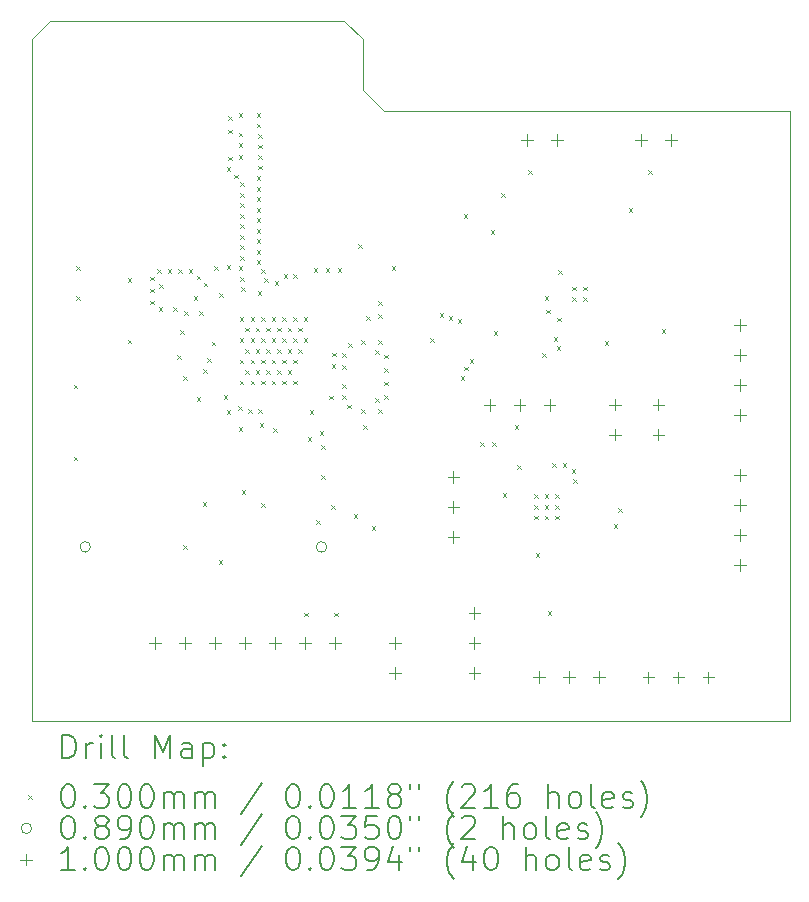
<source format=gbr>
%TF.GenerationSoftware,KiCad,Pcbnew,9.0.5*%
%TF.CreationDate,2026-01-12T09:34:54+01:00*%
%TF.ProjectId,PCB Main,50434220-4d61-4696-9e2e-6b696361645f,rev?*%
%TF.SameCoordinates,Original*%
%TF.FileFunction,Drillmap*%
%TF.FilePolarity,Positive*%
%FSLAX45Y45*%
G04 Gerber Fmt 4.5, Leading zero omitted, Abs format (unit mm)*
G04 Created by KiCad (PCBNEW 9.0.5) date 2026-01-12 09:34:54*
%MOMM*%
%LPD*%
G01*
G04 APERTURE LIST*
%ADD10C,0.050000*%
%ADD11C,0.200000*%
%ADD12C,0.100000*%
G04 APERTURE END LIST*
D10*
X6448950Y-2559709D02*
X6448950Y-2986954D01*
X6625624Y-3163600D01*
X10063350Y-3163600D01*
X10063350Y-8332500D01*
X3649878Y-8332500D01*
X3648953Y-2554444D01*
X3798772Y-2404600D01*
X6293841Y-2404600D01*
X6448950Y-2559709D01*
D11*
D12*
X4001884Y-5482358D02*
X4031884Y-5512358D01*
X4031884Y-5482358D02*
X4001884Y-5512358D01*
X4001884Y-6091958D02*
X4031884Y-6121958D01*
X4031884Y-6091958D02*
X4001884Y-6121958D01*
X4022284Y-4479058D02*
X4052284Y-4509058D01*
X4052284Y-4479058D02*
X4022284Y-4509058D01*
X4022284Y-4733058D02*
X4052284Y-4763058D01*
X4052284Y-4733058D02*
X4022284Y-4763058D01*
X4459084Y-4580658D02*
X4489084Y-4610658D01*
X4489084Y-4580658D02*
X4459084Y-4610658D01*
X4459084Y-5103134D02*
X4489084Y-5133134D01*
X4489084Y-5103134D02*
X4459084Y-5133134D01*
X4650850Y-4569700D02*
X4680850Y-4599700D01*
X4680850Y-4569700D02*
X4650850Y-4599700D01*
X4650850Y-4671300D02*
X4680850Y-4701300D01*
X4680850Y-4671300D02*
X4650850Y-4701300D01*
X4650850Y-4772900D02*
X4680850Y-4802900D01*
X4680850Y-4772900D02*
X4650850Y-4802900D01*
X4709400Y-4507500D02*
X4739400Y-4537500D01*
X4739400Y-4507500D02*
X4709400Y-4537500D01*
X4722100Y-4825000D02*
X4752100Y-4855000D01*
X4752100Y-4825000D02*
X4722100Y-4855000D01*
X4727050Y-4634500D02*
X4757050Y-4664500D01*
X4757050Y-4634500D02*
X4727050Y-4664500D01*
X4798300Y-4507500D02*
X4828300Y-4537500D01*
X4828300Y-4507500D02*
X4798300Y-4537500D01*
X4845449Y-4825000D02*
X4875449Y-4855000D01*
X4875449Y-4825000D02*
X4845449Y-4855000D01*
X4879450Y-5231400D02*
X4909450Y-5261400D01*
X4909450Y-5231400D02*
X4879450Y-5261400D01*
X4887200Y-4507500D02*
X4917200Y-4537500D01*
X4917200Y-4507500D02*
X4887200Y-4537500D01*
X4902319Y-5022115D02*
X4932319Y-5052115D01*
X4932319Y-5022115D02*
X4902319Y-5052115D01*
X4930250Y-5409200D02*
X4960250Y-5439200D01*
X4960250Y-5409200D02*
X4930250Y-5439200D01*
X4930250Y-6844300D02*
X4960250Y-6874300D01*
X4960250Y-6844300D02*
X4930250Y-6874300D01*
X4938000Y-4863100D02*
X4968000Y-4893100D01*
X4968000Y-4863100D02*
X4938000Y-4893100D01*
X4976100Y-4507500D02*
X5006100Y-4537500D01*
X5006100Y-4507500D02*
X4976100Y-4537500D01*
X5019150Y-4736100D02*
X5049150Y-4766100D01*
X5049150Y-4736100D02*
X5019150Y-4766100D01*
X5044550Y-4561950D02*
X5074550Y-4591950D01*
X5074550Y-4561950D02*
X5044550Y-4591950D01*
X5044550Y-5587000D02*
X5074550Y-5617000D01*
X5074550Y-5587000D02*
X5044550Y-5617000D01*
X5065000Y-4863100D02*
X5095000Y-4893100D01*
X5095000Y-4863100D02*
X5065000Y-4893100D01*
X5095350Y-6476000D02*
X5125350Y-6506000D01*
X5125350Y-6476000D02*
X5095350Y-6506000D01*
X5100769Y-5351119D02*
X5130769Y-5381119D01*
X5130769Y-5351119D02*
X5100769Y-5381119D01*
X5103100Y-4620500D02*
X5133100Y-4650500D01*
X5133100Y-4620500D02*
X5103100Y-4650500D01*
X5133450Y-5256800D02*
X5163450Y-5286800D01*
X5163450Y-5256800D02*
X5133450Y-5286800D01*
X5170793Y-5120600D02*
X5200793Y-5150600D01*
X5200793Y-5120600D02*
X5170793Y-5150600D01*
X5192000Y-4480800D02*
X5222000Y-4510800D01*
X5222000Y-4480800D02*
X5192000Y-4510800D01*
X5228550Y-6971300D02*
X5258550Y-7001300D01*
X5258550Y-6971300D02*
X5228550Y-7001300D01*
X5235050Y-4710700D02*
X5265050Y-4740700D01*
X5265050Y-4710700D02*
X5235050Y-4740700D01*
X5273150Y-5574300D02*
X5303150Y-5604300D01*
X5303150Y-5574300D02*
X5273150Y-5604300D01*
X5297284Y-3640858D02*
X5327284Y-3670858D01*
X5327284Y-3640858D02*
X5297284Y-3670858D01*
X5298550Y-4469400D02*
X5328550Y-4499400D01*
X5328550Y-4469400D02*
X5298550Y-4499400D01*
X5298550Y-5701300D02*
X5328550Y-5731300D01*
X5328550Y-5701300D02*
X5298550Y-5731300D01*
X5309984Y-3209058D02*
X5339984Y-3239058D01*
X5339984Y-3209058D02*
X5309984Y-3239058D01*
X5309984Y-3323358D02*
X5339984Y-3353358D01*
X5339984Y-3323358D02*
X5309984Y-3353358D01*
X5309984Y-3551958D02*
X5339984Y-3581958D01*
X5339984Y-3551958D02*
X5309984Y-3581958D01*
X5360784Y-3704358D02*
X5390784Y-3734358D01*
X5390784Y-3704358D02*
X5360784Y-3734358D01*
X5395005Y-5663200D02*
X5425005Y-5693200D01*
X5425005Y-5663200D02*
X5395005Y-5693200D01*
X5398884Y-3183658D02*
X5428884Y-3213658D01*
X5428884Y-3183658D02*
X5398884Y-3213658D01*
X5398884Y-3348758D02*
X5428884Y-3378758D01*
X5428884Y-3348758D02*
X5398884Y-3378758D01*
X5398884Y-3437658D02*
X5428884Y-3467658D01*
X5428884Y-3437658D02*
X5398884Y-3467658D01*
X5398884Y-3539258D02*
X5428884Y-3569258D01*
X5428884Y-3539258D02*
X5398884Y-3569258D01*
X5400150Y-4482100D02*
X5430150Y-4512100D01*
X5430150Y-4482100D02*
X5400150Y-4512100D01*
X5400150Y-5841000D02*
X5430150Y-5871000D01*
X5430150Y-5841000D02*
X5400150Y-5871000D01*
X5409550Y-4910600D02*
X5439550Y-4940600D01*
X5439550Y-4910600D02*
X5409550Y-4940600D01*
X5409550Y-5090600D02*
X5439550Y-5120600D01*
X5439550Y-5090600D02*
X5409550Y-5120600D01*
X5409550Y-5270600D02*
X5439550Y-5300600D01*
X5439550Y-5270600D02*
X5409550Y-5300600D01*
X5409550Y-5450600D02*
X5439550Y-5480600D01*
X5439550Y-5450600D02*
X5409550Y-5480600D01*
X5411584Y-3767858D02*
X5441584Y-3797858D01*
X5441584Y-3767858D02*
X5411584Y-3797858D01*
X5412850Y-3859800D02*
X5442850Y-3889800D01*
X5442850Y-3859800D02*
X5412850Y-3889800D01*
X5412850Y-3948700D02*
X5442850Y-3978700D01*
X5442850Y-3948700D02*
X5412850Y-3978700D01*
X5412850Y-4037600D02*
X5442850Y-4067600D01*
X5442850Y-4037600D02*
X5412850Y-4067600D01*
X5412850Y-4126500D02*
X5442850Y-4156500D01*
X5442850Y-4126500D02*
X5412850Y-4156500D01*
X5412850Y-4215400D02*
X5442850Y-4245400D01*
X5442850Y-4215400D02*
X5412850Y-4245400D01*
X5412850Y-4304300D02*
X5442850Y-4334300D01*
X5442850Y-4304300D02*
X5412850Y-4334300D01*
X5412850Y-4393200D02*
X5442850Y-4423200D01*
X5442850Y-4393200D02*
X5412850Y-4423200D01*
X5412850Y-4571000D02*
X5442850Y-4601000D01*
X5442850Y-4571000D02*
X5412850Y-4601000D01*
X5419550Y-4658147D02*
X5449550Y-4688147D01*
X5449550Y-4658147D02*
X5419550Y-4688147D01*
X5425550Y-6374400D02*
X5455550Y-6404400D01*
X5455550Y-6374400D02*
X5425550Y-6404400D01*
X5454550Y-5000600D02*
X5484550Y-5030600D01*
X5484550Y-5000600D02*
X5454550Y-5030600D01*
X5454550Y-5180600D02*
X5484550Y-5210600D01*
X5484550Y-5180600D02*
X5454550Y-5210600D01*
X5454550Y-5360600D02*
X5484550Y-5390600D01*
X5484550Y-5360600D02*
X5454550Y-5390600D01*
X5479550Y-5688600D02*
X5509550Y-5718600D01*
X5509550Y-5688600D02*
X5479550Y-5718600D01*
X5499550Y-4910600D02*
X5529550Y-4940600D01*
X5529550Y-4910600D02*
X5499550Y-4940600D01*
X5499550Y-5090600D02*
X5529550Y-5120600D01*
X5529550Y-5090600D02*
X5499550Y-5120600D01*
X5499550Y-5270600D02*
X5529550Y-5300600D01*
X5529550Y-5270600D02*
X5499550Y-5300600D01*
X5499550Y-5450600D02*
X5529550Y-5480600D01*
X5529550Y-5450600D02*
X5499550Y-5480600D01*
X5544550Y-5000600D02*
X5574550Y-5030600D01*
X5574550Y-5000600D02*
X5544550Y-5030600D01*
X5544550Y-5180600D02*
X5574550Y-5210600D01*
X5574550Y-5180600D02*
X5544550Y-5210600D01*
X5544550Y-5360600D02*
X5574550Y-5390600D01*
X5574550Y-5360600D02*
X5544550Y-5390600D01*
X5551284Y-3183658D02*
X5581284Y-3213658D01*
X5581284Y-3183658D02*
X5551284Y-3213658D01*
X5551284Y-3717058D02*
X5581284Y-3747058D01*
X5581284Y-3717058D02*
X5551284Y-3747058D01*
X5552550Y-3809000D02*
X5582550Y-3839000D01*
X5582550Y-3809000D02*
X5552550Y-3839000D01*
X5552550Y-3897900D02*
X5582550Y-3927900D01*
X5582550Y-3897900D02*
X5552550Y-3927900D01*
X5552550Y-3986800D02*
X5582550Y-4016800D01*
X5582550Y-3986800D02*
X5552550Y-4016800D01*
X5552550Y-4075700D02*
X5582550Y-4105700D01*
X5582550Y-4075700D02*
X5552550Y-4105700D01*
X5552550Y-4164600D02*
X5582550Y-4194600D01*
X5582550Y-4164600D02*
X5552550Y-4194600D01*
X5552550Y-4253500D02*
X5582550Y-4283500D01*
X5582550Y-4253500D02*
X5552550Y-4283500D01*
X5552550Y-4342400D02*
X5582550Y-4372400D01*
X5582550Y-4342400D02*
X5552550Y-4372400D01*
X5552550Y-4431300D02*
X5582550Y-4461300D01*
X5582550Y-4431300D02*
X5552550Y-4461300D01*
X5552684Y-3272558D02*
X5582684Y-3302558D01*
X5582684Y-3272558D02*
X5552684Y-3302558D01*
X5558950Y-4691800D02*
X5588950Y-4721800D01*
X5588950Y-4691800D02*
X5558950Y-4721800D01*
X5563984Y-3361458D02*
X5593984Y-3391458D01*
X5593984Y-3361458D02*
X5563984Y-3391458D01*
X5563984Y-3450358D02*
X5593984Y-3480358D01*
X5593984Y-3450358D02*
X5563984Y-3480358D01*
X5563984Y-3539258D02*
X5593984Y-3569258D01*
X5593984Y-3539258D02*
X5563984Y-3569258D01*
X5563984Y-3628158D02*
X5593984Y-3658158D01*
X5593984Y-3628158D02*
X5563984Y-3658158D01*
X5565250Y-5688600D02*
X5595250Y-5718600D01*
X5595250Y-5688600D02*
X5565250Y-5718600D01*
X5577950Y-5809690D02*
X5607950Y-5839690D01*
X5607950Y-5809690D02*
X5577950Y-5839690D01*
X5587850Y-6488700D02*
X5617850Y-6518700D01*
X5617850Y-6488700D02*
X5587850Y-6518700D01*
X5589550Y-4910600D02*
X5619550Y-4940600D01*
X5619550Y-4910600D02*
X5589550Y-4940600D01*
X5589550Y-5090600D02*
X5619550Y-5120600D01*
X5619550Y-5090600D02*
X5589550Y-5120600D01*
X5589550Y-5270600D02*
X5619550Y-5300600D01*
X5619550Y-5270600D02*
X5589550Y-5300600D01*
X5589550Y-5450600D02*
X5619550Y-5480600D01*
X5619550Y-5450600D02*
X5589550Y-5480600D01*
X5590650Y-4507500D02*
X5620650Y-4537500D01*
X5620650Y-4507500D02*
X5590650Y-4537500D01*
X5616050Y-4583700D02*
X5646050Y-4613700D01*
X5646050Y-4583700D02*
X5616050Y-4613700D01*
X5634550Y-5000600D02*
X5664550Y-5030600D01*
X5664550Y-5000600D02*
X5634550Y-5030600D01*
X5634550Y-5180600D02*
X5664550Y-5210600D01*
X5664550Y-5180600D02*
X5634550Y-5210600D01*
X5634550Y-5360600D02*
X5664550Y-5390600D01*
X5664550Y-5360600D02*
X5634550Y-5390600D01*
X5679550Y-4910600D02*
X5709550Y-4940600D01*
X5709550Y-4910600D02*
X5679550Y-4940600D01*
X5679550Y-5090600D02*
X5709550Y-5120600D01*
X5709550Y-5090600D02*
X5679550Y-5120600D01*
X5679550Y-5270600D02*
X5709550Y-5300600D01*
X5709550Y-5270600D02*
X5679550Y-5300600D01*
X5679550Y-5450600D02*
X5709550Y-5480600D01*
X5709550Y-5450600D02*
X5679550Y-5480600D01*
X5692250Y-5853700D02*
X5722250Y-5883700D01*
X5722250Y-5853700D02*
X5692250Y-5883700D01*
X5704950Y-4609100D02*
X5734950Y-4639100D01*
X5734950Y-4609100D02*
X5704950Y-4639100D01*
X5724550Y-5000600D02*
X5754550Y-5030600D01*
X5754550Y-5000600D02*
X5724550Y-5030600D01*
X5724550Y-5180600D02*
X5754550Y-5210600D01*
X5754550Y-5180600D02*
X5724550Y-5210600D01*
X5724550Y-5360600D02*
X5754550Y-5390600D01*
X5754550Y-5360600D02*
X5724550Y-5390600D01*
X5769550Y-4910600D02*
X5799550Y-4940600D01*
X5799550Y-4910600D02*
X5769550Y-4940600D01*
X5769550Y-5090600D02*
X5799550Y-5120600D01*
X5799550Y-5090600D02*
X5769550Y-5120600D01*
X5769550Y-5270600D02*
X5799550Y-5300600D01*
X5799550Y-5270600D02*
X5769550Y-5300600D01*
X5769550Y-5450600D02*
X5799550Y-5480600D01*
X5799550Y-5450600D02*
X5769550Y-5480600D01*
X5781150Y-4545600D02*
X5811150Y-4575600D01*
X5811150Y-4545600D02*
X5781150Y-4575600D01*
X5814550Y-5000600D02*
X5844550Y-5030600D01*
X5844550Y-5000600D02*
X5814550Y-5030600D01*
X5814550Y-5180600D02*
X5844550Y-5210600D01*
X5844550Y-5180600D02*
X5814550Y-5210600D01*
X5814550Y-5360600D02*
X5844550Y-5390600D01*
X5844550Y-5360600D02*
X5814550Y-5390600D01*
X5859550Y-4910600D02*
X5889550Y-4940600D01*
X5889550Y-4910600D02*
X5859550Y-4940600D01*
X5859550Y-5090600D02*
X5889550Y-5120600D01*
X5889550Y-5090600D02*
X5859550Y-5120600D01*
X5859550Y-5270600D02*
X5889550Y-5300600D01*
X5889550Y-5270600D02*
X5859550Y-5300600D01*
X5859550Y-5450600D02*
X5889550Y-5480600D01*
X5889550Y-5450600D02*
X5859550Y-5480600D01*
X5861150Y-4545600D02*
X5891150Y-4575600D01*
X5891150Y-4545600D02*
X5861150Y-4575600D01*
X5904550Y-5000600D02*
X5934550Y-5030600D01*
X5934550Y-5000600D02*
X5904550Y-5030600D01*
X5904550Y-5180600D02*
X5934550Y-5210600D01*
X5934550Y-5180600D02*
X5904550Y-5210600D01*
X5949550Y-4910600D02*
X5979550Y-4940600D01*
X5979550Y-4910600D02*
X5949550Y-4940600D01*
X5949550Y-5090600D02*
X5979550Y-5120600D01*
X5979550Y-5090600D02*
X5949550Y-5120600D01*
X5952734Y-7412758D02*
X5982734Y-7442758D01*
X5982734Y-7412758D02*
X5952734Y-7442758D01*
X5984350Y-5929900D02*
X6014350Y-5959900D01*
X6014350Y-5929900D02*
X5984350Y-5959900D01*
X5999550Y-5701300D02*
X6029550Y-5731300D01*
X6029550Y-5701300D02*
X5999550Y-5731300D01*
X6035150Y-4494800D02*
X6065150Y-4524800D01*
X6065150Y-4494800D02*
X6035150Y-4524800D01*
X6054069Y-6630572D02*
X6084069Y-6660572D01*
X6084069Y-6630572D02*
X6054069Y-6660572D01*
X6085950Y-5879100D02*
X6115950Y-5909100D01*
X6115950Y-5879100D02*
X6085950Y-5909100D01*
X6098650Y-5993400D02*
X6128650Y-6023400D01*
X6128650Y-5993400D02*
X6098650Y-6023400D01*
X6098650Y-6247400D02*
X6128650Y-6277400D01*
X6128650Y-6247400D02*
X6098650Y-6277400D01*
X6136750Y-4494800D02*
X6166750Y-4524800D01*
X6166750Y-4494800D02*
X6136750Y-4524800D01*
X6166025Y-5576875D02*
X6196025Y-5606875D01*
X6196025Y-5576875D02*
X6166025Y-5606875D01*
X6183372Y-6501269D02*
X6213372Y-6531269D01*
X6213372Y-6501269D02*
X6183372Y-6531269D01*
X6187550Y-5307600D02*
X6217550Y-5337600D01*
X6217550Y-5307600D02*
X6187550Y-5337600D01*
X6191876Y-5210327D02*
X6221876Y-5240327D01*
X6221876Y-5210327D02*
X6191876Y-5240327D01*
X6206734Y-7412758D02*
X6236734Y-7442758D01*
X6236734Y-7412758D02*
X6206734Y-7442758D01*
X6238350Y-4494800D02*
X6268350Y-4524800D01*
X6268350Y-4494800D02*
X6238350Y-4524800D01*
X6276450Y-5217400D02*
X6306450Y-5247400D01*
X6306450Y-5217400D02*
X6276450Y-5247400D01*
X6276450Y-5320300D02*
X6306450Y-5350300D01*
X6306450Y-5320300D02*
X6276450Y-5350300D01*
X6276450Y-5480600D02*
X6306450Y-5510600D01*
X6306450Y-5480600D02*
X6276450Y-5510600D01*
X6276450Y-5573000D02*
X6306450Y-5603000D01*
X6306450Y-5573000D02*
X6276450Y-5603000D01*
X6317775Y-5653725D02*
X6347775Y-5683725D01*
X6347775Y-5653725D02*
X6317775Y-5683725D01*
X6325425Y-5131625D02*
X6355425Y-5161625D01*
X6355425Y-5131625D02*
X6325425Y-5161625D01*
X6372284Y-6579058D02*
X6402284Y-6609058D01*
X6402284Y-6579058D02*
X6372284Y-6609058D01*
X6410750Y-4291600D02*
X6440750Y-4321600D01*
X6440750Y-4291600D02*
X6410750Y-4321600D01*
X6436600Y-5104400D02*
X6466600Y-5134400D01*
X6466600Y-5104400D02*
X6436600Y-5134400D01*
X6436600Y-5688600D02*
X6466600Y-5718600D01*
X6466600Y-5688600D02*
X6436600Y-5718600D01*
X6454250Y-5828300D02*
X6484250Y-5858300D01*
X6484250Y-5828300D02*
X6454250Y-5858300D01*
X6479650Y-4901200D02*
X6509650Y-4931200D01*
X6509650Y-4901200D02*
X6479650Y-4931200D01*
X6524684Y-6680658D02*
X6554684Y-6710658D01*
X6554684Y-6680658D02*
X6524684Y-6710658D01*
X6555850Y-5193300D02*
X6585850Y-5223300D01*
X6585850Y-5193300D02*
X6555850Y-5223300D01*
X6555850Y-5599700D02*
X6585850Y-5629700D01*
X6585850Y-5599700D02*
X6555850Y-5629700D01*
X6581250Y-4774200D02*
X6611250Y-4804200D01*
X6611250Y-4774200D02*
X6581250Y-4804200D01*
X6581250Y-4888500D02*
X6611250Y-4918500D01*
X6611250Y-4888500D02*
X6581250Y-4918500D01*
X6581250Y-5104400D02*
X6611250Y-5134400D01*
X6611250Y-5104400D02*
X6581250Y-5134400D01*
X6581250Y-5688600D02*
X6611250Y-5718600D01*
X6611250Y-5688600D02*
X6581250Y-5718600D01*
X6632050Y-5230100D02*
X6662050Y-5260100D01*
X6662050Y-5230100D02*
X6632050Y-5260100D01*
X6632050Y-5344400D02*
X6662050Y-5374400D01*
X6662050Y-5344400D02*
X6632050Y-5374400D01*
X6632050Y-5458700D02*
X6662050Y-5488700D01*
X6662050Y-5458700D02*
X6632050Y-5488700D01*
X6632050Y-5573000D02*
X6662050Y-5603000D01*
X6662050Y-5573000D02*
X6632050Y-5603000D01*
X6695550Y-4481900D02*
X6725550Y-4511900D01*
X6725550Y-4481900D02*
X6695550Y-4511900D01*
X7020800Y-5090400D02*
X7050800Y-5120400D01*
X7050800Y-5090400D02*
X7020800Y-5120400D01*
X7101950Y-4875800D02*
X7131950Y-4905800D01*
X7131950Y-4875800D02*
X7101950Y-4905800D01*
X7178150Y-4901200D02*
X7208150Y-4931200D01*
X7208150Y-4901200D02*
X7178150Y-4931200D01*
X7254350Y-4926600D02*
X7284350Y-4956600D01*
X7284350Y-4926600D02*
X7254350Y-4956600D01*
X7279750Y-5409200D02*
X7309750Y-5439200D01*
X7309750Y-5409200D02*
X7279750Y-5439200D01*
X7305150Y-4037600D02*
X7335150Y-4067600D01*
X7335150Y-4037600D02*
X7305150Y-4067600D01*
X7307250Y-5330900D02*
X7337250Y-5360900D01*
X7337250Y-5330900D02*
X7307250Y-5360900D01*
X7355950Y-5265200D02*
X7385950Y-5295200D01*
X7385950Y-5265200D02*
X7355950Y-5295200D01*
X7444850Y-5968000D02*
X7474850Y-5998000D01*
X7474850Y-5968000D02*
X7444850Y-5998000D01*
X7533750Y-4177300D02*
X7563750Y-4207300D01*
X7563750Y-4177300D02*
X7533750Y-4207300D01*
X7546450Y-5968000D02*
X7576450Y-5998000D01*
X7576450Y-5968000D02*
X7546450Y-5998000D01*
X7559150Y-5028200D02*
X7589150Y-5058200D01*
X7589150Y-5028200D02*
X7559150Y-5058200D01*
X7622650Y-3859800D02*
X7652650Y-3889800D01*
X7652650Y-3859800D02*
X7622650Y-3889800D01*
X7635350Y-6399800D02*
X7665350Y-6429800D01*
X7665350Y-6399800D02*
X7635350Y-6429800D01*
X7736950Y-5828300D02*
X7766950Y-5858300D01*
X7766950Y-5828300D02*
X7736950Y-5858300D01*
X7756000Y-6164850D02*
X7786000Y-6194850D01*
X7786000Y-6164850D02*
X7756000Y-6194850D01*
X7851250Y-3669300D02*
X7881250Y-3699300D01*
X7881250Y-3669300D02*
X7851250Y-3699300D01*
X7900950Y-6411400D02*
X7930950Y-6441400D01*
X7930950Y-6411400D02*
X7900950Y-6441400D01*
X7900950Y-6501400D02*
X7930950Y-6531400D01*
X7930950Y-6501400D02*
X7900950Y-6531400D01*
X7900950Y-6591400D02*
X7930950Y-6621400D01*
X7930950Y-6591400D02*
X7900950Y-6621400D01*
X7914750Y-6907800D02*
X7944750Y-6937800D01*
X7944750Y-6907800D02*
X7914750Y-6937800D01*
X7970150Y-5215200D02*
X8000150Y-5245200D01*
X8000150Y-5215200D02*
X7970150Y-5245200D01*
X7990950Y-4736100D02*
X8020950Y-4766100D01*
X8020950Y-4736100D02*
X7990950Y-4766100D01*
X7990950Y-6411400D02*
X8020950Y-6441400D01*
X8020950Y-6411400D02*
X7990950Y-6441400D01*
X7990950Y-6501400D02*
X8020950Y-6531400D01*
X8020950Y-6501400D02*
X7990950Y-6531400D01*
X7990950Y-6591400D02*
X8020950Y-6621400D01*
X8020950Y-6591400D02*
X7990950Y-6621400D01*
X8003650Y-4847600D02*
X8033650Y-4877600D01*
X8033650Y-4847600D02*
X8003650Y-4877600D01*
X8016350Y-7403100D02*
X8046350Y-7433100D01*
X8046350Y-7403100D02*
X8016350Y-7433100D01*
X8054450Y-6145800D02*
X8084450Y-6175800D01*
X8084450Y-6145800D02*
X8054450Y-6175800D01*
X8067150Y-5079000D02*
X8097150Y-5109000D01*
X8097150Y-5079000D02*
X8067150Y-5109000D01*
X8080950Y-6411400D02*
X8110950Y-6441400D01*
X8110950Y-6411400D02*
X8080950Y-6441400D01*
X8080950Y-6501400D02*
X8110950Y-6531400D01*
X8110950Y-6501400D02*
X8080950Y-6531400D01*
X8080950Y-6591400D02*
X8110950Y-6621400D01*
X8110950Y-6591400D02*
X8080950Y-6621400D01*
X8092550Y-5155200D02*
X8122550Y-5185200D01*
X8122550Y-5155200D02*
X8092550Y-5185200D01*
X8097634Y-4917208D02*
X8127634Y-4947208D01*
X8127634Y-4917208D02*
X8097634Y-4947208D01*
X8105250Y-4511750D02*
X8135250Y-4541750D01*
X8135250Y-4511750D02*
X8105250Y-4541750D01*
X8143350Y-6145800D02*
X8173350Y-6175800D01*
X8173350Y-6145800D02*
X8143350Y-6175800D01*
X8219550Y-6196600D02*
X8249550Y-6226600D01*
X8249550Y-6196600D02*
X8219550Y-6226600D01*
X8225350Y-4653000D02*
X8255350Y-4683000D01*
X8255350Y-4653000D02*
X8225350Y-4683000D01*
X8225350Y-4743000D02*
X8255350Y-4773000D01*
X8255350Y-4743000D02*
X8225350Y-4773000D01*
X8232250Y-6285500D02*
X8262250Y-6315500D01*
X8262250Y-6285500D02*
X8232250Y-6315500D01*
X8315350Y-4653000D02*
X8345350Y-4683000D01*
X8345350Y-4653000D02*
X8315350Y-4683000D01*
X8315350Y-4743000D02*
X8345350Y-4773000D01*
X8345350Y-4743000D02*
X8315350Y-4773000D01*
X8498950Y-5117100D02*
X8528950Y-5147100D01*
X8528950Y-5117100D02*
X8498950Y-5147100D01*
X8575150Y-6666500D02*
X8605150Y-6696500D01*
X8605150Y-6666500D02*
X8575150Y-6696500D01*
X8613250Y-6526800D02*
X8643250Y-6556800D01*
X8643250Y-6526800D02*
X8613250Y-6556800D01*
X8702150Y-3986800D02*
X8732150Y-4016800D01*
X8732150Y-3986800D02*
X8702150Y-4016800D01*
X8867250Y-3669300D02*
X8897250Y-3699300D01*
X8897250Y-3669300D02*
X8867250Y-3699300D01*
X8981550Y-5015500D02*
X9011550Y-5045500D01*
X9011550Y-5015500D02*
X8981550Y-5045500D01*
X4144184Y-6856258D02*
G75*
G02*
X4055184Y-6856258I-44500J0D01*
G01*
X4055184Y-6856258D02*
G75*
G02*
X4144184Y-6856258I44500J0D01*
G01*
X6144184Y-6856258D02*
G75*
G02*
X6055184Y-6856258I-44500J0D01*
G01*
X6055184Y-6856258D02*
G75*
G02*
X6144184Y-6856258I44500J0D01*
G01*
X4689984Y-7619058D02*
X4689984Y-7719058D01*
X4639984Y-7669058D02*
X4739984Y-7669058D01*
X4943984Y-7619058D02*
X4943984Y-7719058D01*
X4893984Y-7669058D02*
X4993984Y-7669058D01*
X5197984Y-7619058D02*
X5197984Y-7719058D01*
X5147984Y-7669058D02*
X5247984Y-7669058D01*
X5451984Y-7619058D02*
X5451984Y-7719058D01*
X5401984Y-7669058D02*
X5501984Y-7669058D01*
X5705984Y-7619058D02*
X5705984Y-7719058D01*
X5655984Y-7669058D02*
X5755984Y-7669058D01*
X5959984Y-7619058D02*
X5959984Y-7719058D01*
X5909984Y-7669058D02*
X6009984Y-7669058D01*
X6213984Y-7619058D02*
X6213984Y-7719058D01*
X6163984Y-7669058D02*
X6263984Y-7669058D01*
X6721984Y-7618558D02*
X6721984Y-7718558D01*
X6671984Y-7668558D02*
X6771984Y-7668558D01*
X6721984Y-7872558D02*
X6721984Y-7972558D01*
X6671984Y-7922558D02*
X6771984Y-7922558D01*
X7217553Y-6216704D02*
X7217553Y-6316704D01*
X7167553Y-6266704D02*
X7267553Y-6266704D01*
X7217553Y-6470704D02*
X7217553Y-6570704D01*
X7167553Y-6520704D02*
X7267553Y-6520704D01*
X7217553Y-6724704D02*
X7217553Y-6824704D01*
X7167553Y-6774704D02*
X7267553Y-6774704D01*
X7395084Y-7364558D02*
X7395084Y-7464558D01*
X7345084Y-7414558D02*
X7445084Y-7414558D01*
X7395084Y-7618558D02*
X7395084Y-7718558D01*
X7345084Y-7668558D02*
X7445084Y-7668558D01*
X7395084Y-7872558D02*
X7395084Y-7972558D01*
X7345084Y-7922558D02*
X7445084Y-7922558D01*
X7523350Y-5602800D02*
X7523350Y-5702800D01*
X7473350Y-5652800D02*
X7573350Y-5652800D01*
X7777350Y-5602800D02*
X7777350Y-5702800D01*
X7727350Y-5652800D02*
X7827350Y-5652800D01*
X7841584Y-3357858D02*
X7841584Y-3457858D01*
X7791584Y-3407858D02*
X7891584Y-3407858D01*
X7942450Y-7907500D02*
X7942450Y-8007500D01*
X7892450Y-7957500D02*
X7992450Y-7957500D01*
X8031350Y-5602800D02*
X8031350Y-5702800D01*
X7981350Y-5652800D02*
X8081350Y-5652800D01*
X8091584Y-3357858D02*
X8091584Y-3457858D01*
X8041584Y-3407858D02*
X8141584Y-3407858D01*
X8196450Y-7907500D02*
X8196450Y-8007500D01*
X8146450Y-7957500D02*
X8246450Y-7957500D01*
X8450450Y-7907500D02*
X8450450Y-8007500D01*
X8400450Y-7957500D02*
X8500450Y-7957500D01*
X8585200Y-5601000D02*
X8585200Y-5701000D01*
X8535200Y-5651000D02*
X8635200Y-5651000D01*
X8585200Y-5855000D02*
X8585200Y-5955000D01*
X8535200Y-5905000D02*
X8635200Y-5905000D01*
X8806784Y-3357858D02*
X8806784Y-3457858D01*
X8756784Y-3407858D02*
X8856784Y-3407858D01*
X8868284Y-7911158D02*
X8868284Y-8011158D01*
X8818284Y-7961158D02*
X8918284Y-7961158D01*
X8953500Y-5601000D02*
X8953500Y-5701000D01*
X8903500Y-5651000D02*
X9003500Y-5651000D01*
X8953500Y-5855000D02*
X8953500Y-5955000D01*
X8903500Y-5905000D02*
X9003500Y-5905000D01*
X9056784Y-3357858D02*
X9056784Y-3457858D01*
X9006784Y-3407858D02*
X9106784Y-3407858D01*
X9122284Y-7911158D02*
X9122284Y-8011158D01*
X9072284Y-7961158D02*
X9172284Y-7961158D01*
X9376284Y-7911158D02*
X9376284Y-8011158D01*
X9326284Y-7961158D02*
X9426284Y-7961158D01*
X9644250Y-4929700D02*
X9644250Y-5029700D01*
X9594250Y-4979700D02*
X9694250Y-4979700D01*
X9644250Y-5183700D02*
X9644250Y-5283700D01*
X9594250Y-5233700D02*
X9694250Y-5233700D01*
X9644250Y-5437700D02*
X9644250Y-5537700D01*
X9594250Y-5487700D02*
X9694250Y-5487700D01*
X9644250Y-5691700D02*
X9644250Y-5791700D01*
X9594250Y-5741700D02*
X9694250Y-5741700D01*
X9644250Y-6199700D02*
X9644250Y-6299700D01*
X9594250Y-6249700D02*
X9694250Y-6249700D01*
X9644250Y-6453700D02*
X9644250Y-6553700D01*
X9594250Y-6503700D02*
X9694250Y-6503700D01*
X9644250Y-6707700D02*
X9644250Y-6807700D01*
X9594250Y-6757700D02*
X9694250Y-6757700D01*
X9644250Y-6961700D02*
X9644250Y-7061700D01*
X9594250Y-7011700D02*
X9694250Y-7011700D01*
D11*
X3907230Y-8646484D02*
X3907230Y-8446484D01*
X3907230Y-8446484D02*
X3954849Y-8446484D01*
X3954849Y-8446484D02*
X3983420Y-8456008D01*
X3983420Y-8456008D02*
X4002468Y-8475055D01*
X4002468Y-8475055D02*
X4011992Y-8494103D01*
X4011992Y-8494103D02*
X4021515Y-8532198D01*
X4021515Y-8532198D02*
X4021515Y-8560770D01*
X4021515Y-8560770D02*
X4011992Y-8598865D01*
X4011992Y-8598865D02*
X4002468Y-8617912D01*
X4002468Y-8617912D02*
X3983420Y-8636960D01*
X3983420Y-8636960D02*
X3954849Y-8646484D01*
X3954849Y-8646484D02*
X3907230Y-8646484D01*
X4107230Y-8646484D02*
X4107230Y-8513150D01*
X4107230Y-8551246D02*
X4116753Y-8532198D01*
X4116753Y-8532198D02*
X4126277Y-8522674D01*
X4126277Y-8522674D02*
X4145325Y-8513150D01*
X4145325Y-8513150D02*
X4164373Y-8513150D01*
X4231039Y-8646484D02*
X4231039Y-8513150D01*
X4231039Y-8446484D02*
X4221515Y-8456008D01*
X4221515Y-8456008D02*
X4231039Y-8465531D01*
X4231039Y-8465531D02*
X4240563Y-8456008D01*
X4240563Y-8456008D02*
X4231039Y-8446484D01*
X4231039Y-8446484D02*
X4231039Y-8465531D01*
X4354849Y-8646484D02*
X4335801Y-8636960D01*
X4335801Y-8636960D02*
X4326277Y-8617912D01*
X4326277Y-8617912D02*
X4326277Y-8446484D01*
X4459611Y-8646484D02*
X4440563Y-8636960D01*
X4440563Y-8636960D02*
X4431039Y-8617912D01*
X4431039Y-8617912D02*
X4431039Y-8446484D01*
X4688182Y-8646484D02*
X4688182Y-8446484D01*
X4688182Y-8446484D02*
X4754849Y-8589341D01*
X4754849Y-8589341D02*
X4821515Y-8446484D01*
X4821515Y-8446484D02*
X4821515Y-8646484D01*
X5002468Y-8646484D02*
X5002468Y-8541722D01*
X5002468Y-8541722D02*
X4992944Y-8522674D01*
X4992944Y-8522674D02*
X4973896Y-8513150D01*
X4973896Y-8513150D02*
X4935801Y-8513150D01*
X4935801Y-8513150D02*
X4916754Y-8522674D01*
X5002468Y-8636960D02*
X4983420Y-8646484D01*
X4983420Y-8646484D02*
X4935801Y-8646484D01*
X4935801Y-8646484D02*
X4916754Y-8636960D01*
X4916754Y-8636960D02*
X4907230Y-8617912D01*
X4907230Y-8617912D02*
X4907230Y-8598865D01*
X4907230Y-8598865D02*
X4916754Y-8579817D01*
X4916754Y-8579817D02*
X4935801Y-8570293D01*
X4935801Y-8570293D02*
X4983420Y-8570293D01*
X4983420Y-8570293D02*
X5002468Y-8560770D01*
X5097706Y-8513150D02*
X5097706Y-8713150D01*
X5097706Y-8522674D02*
X5116754Y-8513150D01*
X5116754Y-8513150D02*
X5154849Y-8513150D01*
X5154849Y-8513150D02*
X5173896Y-8522674D01*
X5173896Y-8522674D02*
X5183420Y-8532198D01*
X5183420Y-8532198D02*
X5192944Y-8551246D01*
X5192944Y-8551246D02*
X5192944Y-8608389D01*
X5192944Y-8608389D02*
X5183420Y-8627436D01*
X5183420Y-8627436D02*
X5173896Y-8636960D01*
X5173896Y-8636960D02*
X5154849Y-8646484D01*
X5154849Y-8646484D02*
X5116754Y-8646484D01*
X5116754Y-8646484D02*
X5097706Y-8636960D01*
X5278658Y-8627436D02*
X5288182Y-8636960D01*
X5288182Y-8636960D02*
X5278658Y-8646484D01*
X5278658Y-8646484D02*
X5269135Y-8636960D01*
X5269135Y-8636960D02*
X5278658Y-8627436D01*
X5278658Y-8627436D02*
X5278658Y-8646484D01*
X5278658Y-8522674D02*
X5288182Y-8532198D01*
X5288182Y-8532198D02*
X5278658Y-8541722D01*
X5278658Y-8541722D02*
X5269135Y-8532198D01*
X5269135Y-8532198D02*
X5278658Y-8522674D01*
X5278658Y-8522674D02*
X5278658Y-8541722D01*
D12*
X3616453Y-8960000D02*
X3646453Y-8990000D01*
X3646453Y-8960000D02*
X3616453Y-8990000D01*
D11*
X3945325Y-8866484D02*
X3964373Y-8866484D01*
X3964373Y-8866484D02*
X3983420Y-8876008D01*
X3983420Y-8876008D02*
X3992944Y-8885531D01*
X3992944Y-8885531D02*
X4002468Y-8904579D01*
X4002468Y-8904579D02*
X4011992Y-8942674D01*
X4011992Y-8942674D02*
X4011992Y-8990293D01*
X4011992Y-8990293D02*
X4002468Y-9028389D01*
X4002468Y-9028389D02*
X3992944Y-9047436D01*
X3992944Y-9047436D02*
X3983420Y-9056960D01*
X3983420Y-9056960D02*
X3964373Y-9066484D01*
X3964373Y-9066484D02*
X3945325Y-9066484D01*
X3945325Y-9066484D02*
X3926277Y-9056960D01*
X3926277Y-9056960D02*
X3916753Y-9047436D01*
X3916753Y-9047436D02*
X3907230Y-9028389D01*
X3907230Y-9028389D02*
X3897706Y-8990293D01*
X3897706Y-8990293D02*
X3897706Y-8942674D01*
X3897706Y-8942674D02*
X3907230Y-8904579D01*
X3907230Y-8904579D02*
X3916753Y-8885531D01*
X3916753Y-8885531D02*
X3926277Y-8876008D01*
X3926277Y-8876008D02*
X3945325Y-8866484D01*
X4097706Y-9047436D02*
X4107230Y-9056960D01*
X4107230Y-9056960D02*
X4097706Y-9066484D01*
X4097706Y-9066484D02*
X4088182Y-9056960D01*
X4088182Y-9056960D02*
X4097706Y-9047436D01*
X4097706Y-9047436D02*
X4097706Y-9066484D01*
X4173896Y-8866484D02*
X4297706Y-8866484D01*
X4297706Y-8866484D02*
X4231039Y-8942674D01*
X4231039Y-8942674D02*
X4259611Y-8942674D01*
X4259611Y-8942674D02*
X4278658Y-8952198D01*
X4278658Y-8952198D02*
X4288182Y-8961722D01*
X4288182Y-8961722D02*
X4297706Y-8980770D01*
X4297706Y-8980770D02*
X4297706Y-9028389D01*
X4297706Y-9028389D02*
X4288182Y-9047436D01*
X4288182Y-9047436D02*
X4278658Y-9056960D01*
X4278658Y-9056960D02*
X4259611Y-9066484D01*
X4259611Y-9066484D02*
X4202468Y-9066484D01*
X4202468Y-9066484D02*
X4183420Y-9056960D01*
X4183420Y-9056960D02*
X4173896Y-9047436D01*
X4421515Y-8866484D02*
X4440563Y-8866484D01*
X4440563Y-8866484D02*
X4459611Y-8876008D01*
X4459611Y-8876008D02*
X4469135Y-8885531D01*
X4469135Y-8885531D02*
X4478658Y-8904579D01*
X4478658Y-8904579D02*
X4488182Y-8942674D01*
X4488182Y-8942674D02*
X4488182Y-8990293D01*
X4488182Y-8990293D02*
X4478658Y-9028389D01*
X4478658Y-9028389D02*
X4469135Y-9047436D01*
X4469135Y-9047436D02*
X4459611Y-9056960D01*
X4459611Y-9056960D02*
X4440563Y-9066484D01*
X4440563Y-9066484D02*
X4421515Y-9066484D01*
X4421515Y-9066484D02*
X4402468Y-9056960D01*
X4402468Y-9056960D02*
X4392944Y-9047436D01*
X4392944Y-9047436D02*
X4383420Y-9028389D01*
X4383420Y-9028389D02*
X4373896Y-8990293D01*
X4373896Y-8990293D02*
X4373896Y-8942674D01*
X4373896Y-8942674D02*
X4383420Y-8904579D01*
X4383420Y-8904579D02*
X4392944Y-8885531D01*
X4392944Y-8885531D02*
X4402468Y-8876008D01*
X4402468Y-8876008D02*
X4421515Y-8866484D01*
X4611992Y-8866484D02*
X4631039Y-8866484D01*
X4631039Y-8866484D02*
X4650087Y-8876008D01*
X4650087Y-8876008D02*
X4659611Y-8885531D01*
X4659611Y-8885531D02*
X4669135Y-8904579D01*
X4669135Y-8904579D02*
X4678658Y-8942674D01*
X4678658Y-8942674D02*
X4678658Y-8990293D01*
X4678658Y-8990293D02*
X4669135Y-9028389D01*
X4669135Y-9028389D02*
X4659611Y-9047436D01*
X4659611Y-9047436D02*
X4650087Y-9056960D01*
X4650087Y-9056960D02*
X4631039Y-9066484D01*
X4631039Y-9066484D02*
X4611992Y-9066484D01*
X4611992Y-9066484D02*
X4592944Y-9056960D01*
X4592944Y-9056960D02*
X4583420Y-9047436D01*
X4583420Y-9047436D02*
X4573896Y-9028389D01*
X4573896Y-9028389D02*
X4564373Y-8990293D01*
X4564373Y-8990293D02*
X4564373Y-8942674D01*
X4564373Y-8942674D02*
X4573896Y-8904579D01*
X4573896Y-8904579D02*
X4583420Y-8885531D01*
X4583420Y-8885531D02*
X4592944Y-8876008D01*
X4592944Y-8876008D02*
X4611992Y-8866484D01*
X4764373Y-9066484D02*
X4764373Y-8933150D01*
X4764373Y-8952198D02*
X4773896Y-8942674D01*
X4773896Y-8942674D02*
X4792944Y-8933150D01*
X4792944Y-8933150D02*
X4821516Y-8933150D01*
X4821516Y-8933150D02*
X4840563Y-8942674D01*
X4840563Y-8942674D02*
X4850087Y-8961722D01*
X4850087Y-8961722D02*
X4850087Y-9066484D01*
X4850087Y-8961722D02*
X4859611Y-8942674D01*
X4859611Y-8942674D02*
X4878658Y-8933150D01*
X4878658Y-8933150D02*
X4907230Y-8933150D01*
X4907230Y-8933150D02*
X4926277Y-8942674D01*
X4926277Y-8942674D02*
X4935801Y-8961722D01*
X4935801Y-8961722D02*
X4935801Y-9066484D01*
X5031039Y-9066484D02*
X5031039Y-8933150D01*
X5031039Y-8952198D02*
X5040563Y-8942674D01*
X5040563Y-8942674D02*
X5059611Y-8933150D01*
X5059611Y-8933150D02*
X5088182Y-8933150D01*
X5088182Y-8933150D02*
X5107230Y-8942674D01*
X5107230Y-8942674D02*
X5116754Y-8961722D01*
X5116754Y-8961722D02*
X5116754Y-9066484D01*
X5116754Y-8961722D02*
X5126277Y-8942674D01*
X5126277Y-8942674D02*
X5145325Y-8933150D01*
X5145325Y-8933150D02*
X5173896Y-8933150D01*
X5173896Y-8933150D02*
X5192944Y-8942674D01*
X5192944Y-8942674D02*
X5202468Y-8961722D01*
X5202468Y-8961722D02*
X5202468Y-9066484D01*
X5592944Y-8856960D02*
X5421516Y-9114103D01*
X5850087Y-8866484D02*
X5869135Y-8866484D01*
X5869135Y-8866484D02*
X5888182Y-8876008D01*
X5888182Y-8876008D02*
X5897706Y-8885531D01*
X5897706Y-8885531D02*
X5907230Y-8904579D01*
X5907230Y-8904579D02*
X5916754Y-8942674D01*
X5916754Y-8942674D02*
X5916754Y-8990293D01*
X5916754Y-8990293D02*
X5907230Y-9028389D01*
X5907230Y-9028389D02*
X5897706Y-9047436D01*
X5897706Y-9047436D02*
X5888182Y-9056960D01*
X5888182Y-9056960D02*
X5869135Y-9066484D01*
X5869135Y-9066484D02*
X5850087Y-9066484D01*
X5850087Y-9066484D02*
X5831039Y-9056960D01*
X5831039Y-9056960D02*
X5821516Y-9047436D01*
X5821516Y-9047436D02*
X5811992Y-9028389D01*
X5811992Y-9028389D02*
X5802468Y-8990293D01*
X5802468Y-8990293D02*
X5802468Y-8942674D01*
X5802468Y-8942674D02*
X5811992Y-8904579D01*
X5811992Y-8904579D02*
X5821516Y-8885531D01*
X5821516Y-8885531D02*
X5831039Y-8876008D01*
X5831039Y-8876008D02*
X5850087Y-8866484D01*
X6002468Y-9047436D02*
X6011992Y-9056960D01*
X6011992Y-9056960D02*
X6002468Y-9066484D01*
X6002468Y-9066484D02*
X5992944Y-9056960D01*
X5992944Y-9056960D02*
X6002468Y-9047436D01*
X6002468Y-9047436D02*
X6002468Y-9066484D01*
X6135801Y-8866484D02*
X6154849Y-8866484D01*
X6154849Y-8866484D02*
X6173897Y-8876008D01*
X6173897Y-8876008D02*
X6183420Y-8885531D01*
X6183420Y-8885531D02*
X6192944Y-8904579D01*
X6192944Y-8904579D02*
X6202468Y-8942674D01*
X6202468Y-8942674D02*
X6202468Y-8990293D01*
X6202468Y-8990293D02*
X6192944Y-9028389D01*
X6192944Y-9028389D02*
X6183420Y-9047436D01*
X6183420Y-9047436D02*
X6173897Y-9056960D01*
X6173897Y-9056960D02*
X6154849Y-9066484D01*
X6154849Y-9066484D02*
X6135801Y-9066484D01*
X6135801Y-9066484D02*
X6116754Y-9056960D01*
X6116754Y-9056960D02*
X6107230Y-9047436D01*
X6107230Y-9047436D02*
X6097706Y-9028389D01*
X6097706Y-9028389D02*
X6088182Y-8990293D01*
X6088182Y-8990293D02*
X6088182Y-8942674D01*
X6088182Y-8942674D02*
X6097706Y-8904579D01*
X6097706Y-8904579D02*
X6107230Y-8885531D01*
X6107230Y-8885531D02*
X6116754Y-8876008D01*
X6116754Y-8876008D02*
X6135801Y-8866484D01*
X6392944Y-9066484D02*
X6278658Y-9066484D01*
X6335801Y-9066484D02*
X6335801Y-8866484D01*
X6335801Y-8866484D02*
X6316754Y-8895055D01*
X6316754Y-8895055D02*
X6297706Y-8914103D01*
X6297706Y-8914103D02*
X6278658Y-8923627D01*
X6583420Y-9066484D02*
X6469135Y-9066484D01*
X6526277Y-9066484D02*
X6526277Y-8866484D01*
X6526277Y-8866484D02*
X6507230Y-8895055D01*
X6507230Y-8895055D02*
X6488182Y-8914103D01*
X6488182Y-8914103D02*
X6469135Y-8923627D01*
X6697706Y-8952198D02*
X6678658Y-8942674D01*
X6678658Y-8942674D02*
X6669135Y-8933150D01*
X6669135Y-8933150D02*
X6659611Y-8914103D01*
X6659611Y-8914103D02*
X6659611Y-8904579D01*
X6659611Y-8904579D02*
X6669135Y-8885531D01*
X6669135Y-8885531D02*
X6678658Y-8876008D01*
X6678658Y-8876008D02*
X6697706Y-8866484D01*
X6697706Y-8866484D02*
X6735801Y-8866484D01*
X6735801Y-8866484D02*
X6754849Y-8876008D01*
X6754849Y-8876008D02*
X6764373Y-8885531D01*
X6764373Y-8885531D02*
X6773897Y-8904579D01*
X6773897Y-8904579D02*
X6773897Y-8914103D01*
X6773897Y-8914103D02*
X6764373Y-8933150D01*
X6764373Y-8933150D02*
X6754849Y-8942674D01*
X6754849Y-8942674D02*
X6735801Y-8952198D01*
X6735801Y-8952198D02*
X6697706Y-8952198D01*
X6697706Y-8952198D02*
X6678658Y-8961722D01*
X6678658Y-8961722D02*
X6669135Y-8971246D01*
X6669135Y-8971246D02*
X6659611Y-8990293D01*
X6659611Y-8990293D02*
X6659611Y-9028389D01*
X6659611Y-9028389D02*
X6669135Y-9047436D01*
X6669135Y-9047436D02*
X6678658Y-9056960D01*
X6678658Y-9056960D02*
X6697706Y-9066484D01*
X6697706Y-9066484D02*
X6735801Y-9066484D01*
X6735801Y-9066484D02*
X6754849Y-9056960D01*
X6754849Y-9056960D02*
X6764373Y-9047436D01*
X6764373Y-9047436D02*
X6773897Y-9028389D01*
X6773897Y-9028389D02*
X6773897Y-8990293D01*
X6773897Y-8990293D02*
X6764373Y-8971246D01*
X6764373Y-8971246D02*
X6754849Y-8961722D01*
X6754849Y-8961722D02*
X6735801Y-8952198D01*
X6850087Y-8866484D02*
X6850087Y-8904579D01*
X6926278Y-8866484D02*
X6926278Y-8904579D01*
X7221516Y-9142674D02*
X7211992Y-9133150D01*
X7211992Y-9133150D02*
X7192944Y-9104579D01*
X7192944Y-9104579D02*
X7183420Y-9085531D01*
X7183420Y-9085531D02*
X7173897Y-9056960D01*
X7173897Y-9056960D02*
X7164373Y-9009341D01*
X7164373Y-9009341D02*
X7164373Y-8971246D01*
X7164373Y-8971246D02*
X7173897Y-8923627D01*
X7173897Y-8923627D02*
X7183420Y-8895055D01*
X7183420Y-8895055D02*
X7192944Y-8876008D01*
X7192944Y-8876008D02*
X7211992Y-8847436D01*
X7211992Y-8847436D02*
X7221516Y-8837912D01*
X7288182Y-8885531D02*
X7297706Y-8876008D01*
X7297706Y-8876008D02*
X7316754Y-8866484D01*
X7316754Y-8866484D02*
X7364373Y-8866484D01*
X7364373Y-8866484D02*
X7383420Y-8876008D01*
X7383420Y-8876008D02*
X7392944Y-8885531D01*
X7392944Y-8885531D02*
X7402468Y-8904579D01*
X7402468Y-8904579D02*
X7402468Y-8923627D01*
X7402468Y-8923627D02*
X7392944Y-8952198D01*
X7392944Y-8952198D02*
X7278659Y-9066484D01*
X7278659Y-9066484D02*
X7402468Y-9066484D01*
X7592944Y-9066484D02*
X7478659Y-9066484D01*
X7535801Y-9066484D02*
X7535801Y-8866484D01*
X7535801Y-8866484D02*
X7516754Y-8895055D01*
X7516754Y-8895055D02*
X7497706Y-8914103D01*
X7497706Y-8914103D02*
X7478659Y-8923627D01*
X7764373Y-8866484D02*
X7726278Y-8866484D01*
X7726278Y-8866484D02*
X7707230Y-8876008D01*
X7707230Y-8876008D02*
X7697706Y-8885531D01*
X7697706Y-8885531D02*
X7678659Y-8914103D01*
X7678659Y-8914103D02*
X7669135Y-8952198D01*
X7669135Y-8952198D02*
X7669135Y-9028389D01*
X7669135Y-9028389D02*
X7678659Y-9047436D01*
X7678659Y-9047436D02*
X7688182Y-9056960D01*
X7688182Y-9056960D02*
X7707230Y-9066484D01*
X7707230Y-9066484D02*
X7745325Y-9066484D01*
X7745325Y-9066484D02*
X7764373Y-9056960D01*
X7764373Y-9056960D02*
X7773897Y-9047436D01*
X7773897Y-9047436D02*
X7783420Y-9028389D01*
X7783420Y-9028389D02*
X7783420Y-8980770D01*
X7783420Y-8980770D02*
X7773897Y-8961722D01*
X7773897Y-8961722D02*
X7764373Y-8952198D01*
X7764373Y-8952198D02*
X7745325Y-8942674D01*
X7745325Y-8942674D02*
X7707230Y-8942674D01*
X7707230Y-8942674D02*
X7688182Y-8952198D01*
X7688182Y-8952198D02*
X7678659Y-8961722D01*
X7678659Y-8961722D02*
X7669135Y-8980770D01*
X8021516Y-9066484D02*
X8021516Y-8866484D01*
X8107230Y-9066484D02*
X8107230Y-8961722D01*
X8107230Y-8961722D02*
X8097706Y-8942674D01*
X8097706Y-8942674D02*
X8078659Y-8933150D01*
X8078659Y-8933150D02*
X8050087Y-8933150D01*
X8050087Y-8933150D02*
X8031040Y-8942674D01*
X8031040Y-8942674D02*
X8021516Y-8952198D01*
X8231040Y-9066484D02*
X8211992Y-9056960D01*
X8211992Y-9056960D02*
X8202468Y-9047436D01*
X8202468Y-9047436D02*
X8192944Y-9028389D01*
X8192944Y-9028389D02*
X8192944Y-8971246D01*
X8192944Y-8971246D02*
X8202468Y-8952198D01*
X8202468Y-8952198D02*
X8211992Y-8942674D01*
X8211992Y-8942674D02*
X8231040Y-8933150D01*
X8231040Y-8933150D02*
X8259611Y-8933150D01*
X8259611Y-8933150D02*
X8278659Y-8942674D01*
X8278659Y-8942674D02*
X8288182Y-8952198D01*
X8288182Y-8952198D02*
X8297706Y-8971246D01*
X8297706Y-8971246D02*
X8297706Y-9028389D01*
X8297706Y-9028389D02*
X8288182Y-9047436D01*
X8288182Y-9047436D02*
X8278659Y-9056960D01*
X8278659Y-9056960D02*
X8259611Y-9066484D01*
X8259611Y-9066484D02*
X8231040Y-9066484D01*
X8411992Y-9066484D02*
X8392944Y-9056960D01*
X8392944Y-9056960D02*
X8383421Y-9037912D01*
X8383421Y-9037912D02*
X8383421Y-8866484D01*
X8564373Y-9056960D02*
X8545325Y-9066484D01*
X8545325Y-9066484D02*
X8507230Y-9066484D01*
X8507230Y-9066484D02*
X8488183Y-9056960D01*
X8488183Y-9056960D02*
X8478659Y-9037912D01*
X8478659Y-9037912D02*
X8478659Y-8961722D01*
X8478659Y-8961722D02*
X8488183Y-8942674D01*
X8488183Y-8942674D02*
X8507230Y-8933150D01*
X8507230Y-8933150D02*
X8545325Y-8933150D01*
X8545325Y-8933150D02*
X8564373Y-8942674D01*
X8564373Y-8942674D02*
X8573897Y-8961722D01*
X8573897Y-8961722D02*
X8573897Y-8980770D01*
X8573897Y-8980770D02*
X8478659Y-8999817D01*
X8650087Y-9056960D02*
X8669135Y-9066484D01*
X8669135Y-9066484D02*
X8707230Y-9066484D01*
X8707230Y-9066484D02*
X8726278Y-9056960D01*
X8726278Y-9056960D02*
X8735802Y-9037912D01*
X8735802Y-9037912D02*
X8735802Y-9028389D01*
X8735802Y-9028389D02*
X8726278Y-9009341D01*
X8726278Y-9009341D02*
X8707230Y-8999817D01*
X8707230Y-8999817D02*
X8678659Y-8999817D01*
X8678659Y-8999817D02*
X8659611Y-8990293D01*
X8659611Y-8990293D02*
X8650087Y-8971246D01*
X8650087Y-8971246D02*
X8650087Y-8961722D01*
X8650087Y-8961722D02*
X8659611Y-8942674D01*
X8659611Y-8942674D02*
X8678659Y-8933150D01*
X8678659Y-8933150D02*
X8707230Y-8933150D01*
X8707230Y-8933150D02*
X8726278Y-8942674D01*
X8802468Y-9142674D02*
X8811992Y-9133150D01*
X8811992Y-9133150D02*
X8831040Y-9104579D01*
X8831040Y-9104579D02*
X8840564Y-9085531D01*
X8840564Y-9085531D02*
X8850087Y-9056960D01*
X8850087Y-9056960D02*
X8859611Y-9009341D01*
X8859611Y-9009341D02*
X8859611Y-8971246D01*
X8859611Y-8971246D02*
X8850087Y-8923627D01*
X8850087Y-8923627D02*
X8840564Y-8895055D01*
X8840564Y-8895055D02*
X8831040Y-8876008D01*
X8831040Y-8876008D02*
X8811992Y-8847436D01*
X8811992Y-8847436D02*
X8802468Y-8837912D01*
D12*
X3646453Y-9239000D02*
G75*
G02*
X3557453Y-9239000I-44500J0D01*
G01*
X3557453Y-9239000D02*
G75*
G02*
X3646453Y-9239000I44500J0D01*
G01*
D11*
X3945325Y-9130484D02*
X3964373Y-9130484D01*
X3964373Y-9130484D02*
X3983420Y-9140008D01*
X3983420Y-9140008D02*
X3992944Y-9149531D01*
X3992944Y-9149531D02*
X4002468Y-9168579D01*
X4002468Y-9168579D02*
X4011992Y-9206674D01*
X4011992Y-9206674D02*
X4011992Y-9254293D01*
X4011992Y-9254293D02*
X4002468Y-9292389D01*
X4002468Y-9292389D02*
X3992944Y-9311436D01*
X3992944Y-9311436D02*
X3983420Y-9320960D01*
X3983420Y-9320960D02*
X3964373Y-9330484D01*
X3964373Y-9330484D02*
X3945325Y-9330484D01*
X3945325Y-9330484D02*
X3926277Y-9320960D01*
X3926277Y-9320960D02*
X3916753Y-9311436D01*
X3916753Y-9311436D02*
X3907230Y-9292389D01*
X3907230Y-9292389D02*
X3897706Y-9254293D01*
X3897706Y-9254293D02*
X3897706Y-9206674D01*
X3897706Y-9206674D02*
X3907230Y-9168579D01*
X3907230Y-9168579D02*
X3916753Y-9149531D01*
X3916753Y-9149531D02*
X3926277Y-9140008D01*
X3926277Y-9140008D02*
X3945325Y-9130484D01*
X4097706Y-9311436D02*
X4107230Y-9320960D01*
X4107230Y-9320960D02*
X4097706Y-9330484D01*
X4097706Y-9330484D02*
X4088182Y-9320960D01*
X4088182Y-9320960D02*
X4097706Y-9311436D01*
X4097706Y-9311436D02*
X4097706Y-9330484D01*
X4221515Y-9216198D02*
X4202468Y-9206674D01*
X4202468Y-9206674D02*
X4192944Y-9197150D01*
X4192944Y-9197150D02*
X4183420Y-9178103D01*
X4183420Y-9178103D02*
X4183420Y-9168579D01*
X4183420Y-9168579D02*
X4192944Y-9149531D01*
X4192944Y-9149531D02*
X4202468Y-9140008D01*
X4202468Y-9140008D02*
X4221515Y-9130484D01*
X4221515Y-9130484D02*
X4259611Y-9130484D01*
X4259611Y-9130484D02*
X4278658Y-9140008D01*
X4278658Y-9140008D02*
X4288182Y-9149531D01*
X4288182Y-9149531D02*
X4297706Y-9168579D01*
X4297706Y-9168579D02*
X4297706Y-9178103D01*
X4297706Y-9178103D02*
X4288182Y-9197150D01*
X4288182Y-9197150D02*
X4278658Y-9206674D01*
X4278658Y-9206674D02*
X4259611Y-9216198D01*
X4259611Y-9216198D02*
X4221515Y-9216198D01*
X4221515Y-9216198D02*
X4202468Y-9225722D01*
X4202468Y-9225722D02*
X4192944Y-9235246D01*
X4192944Y-9235246D02*
X4183420Y-9254293D01*
X4183420Y-9254293D02*
X4183420Y-9292389D01*
X4183420Y-9292389D02*
X4192944Y-9311436D01*
X4192944Y-9311436D02*
X4202468Y-9320960D01*
X4202468Y-9320960D02*
X4221515Y-9330484D01*
X4221515Y-9330484D02*
X4259611Y-9330484D01*
X4259611Y-9330484D02*
X4278658Y-9320960D01*
X4278658Y-9320960D02*
X4288182Y-9311436D01*
X4288182Y-9311436D02*
X4297706Y-9292389D01*
X4297706Y-9292389D02*
X4297706Y-9254293D01*
X4297706Y-9254293D02*
X4288182Y-9235246D01*
X4288182Y-9235246D02*
X4278658Y-9225722D01*
X4278658Y-9225722D02*
X4259611Y-9216198D01*
X4392944Y-9330484D02*
X4431039Y-9330484D01*
X4431039Y-9330484D02*
X4450087Y-9320960D01*
X4450087Y-9320960D02*
X4459611Y-9311436D01*
X4459611Y-9311436D02*
X4478658Y-9282865D01*
X4478658Y-9282865D02*
X4488182Y-9244770D01*
X4488182Y-9244770D02*
X4488182Y-9168579D01*
X4488182Y-9168579D02*
X4478658Y-9149531D01*
X4478658Y-9149531D02*
X4469135Y-9140008D01*
X4469135Y-9140008D02*
X4450087Y-9130484D01*
X4450087Y-9130484D02*
X4411992Y-9130484D01*
X4411992Y-9130484D02*
X4392944Y-9140008D01*
X4392944Y-9140008D02*
X4383420Y-9149531D01*
X4383420Y-9149531D02*
X4373896Y-9168579D01*
X4373896Y-9168579D02*
X4373896Y-9216198D01*
X4373896Y-9216198D02*
X4383420Y-9235246D01*
X4383420Y-9235246D02*
X4392944Y-9244770D01*
X4392944Y-9244770D02*
X4411992Y-9254293D01*
X4411992Y-9254293D02*
X4450087Y-9254293D01*
X4450087Y-9254293D02*
X4469135Y-9244770D01*
X4469135Y-9244770D02*
X4478658Y-9235246D01*
X4478658Y-9235246D02*
X4488182Y-9216198D01*
X4611992Y-9130484D02*
X4631039Y-9130484D01*
X4631039Y-9130484D02*
X4650087Y-9140008D01*
X4650087Y-9140008D02*
X4659611Y-9149531D01*
X4659611Y-9149531D02*
X4669135Y-9168579D01*
X4669135Y-9168579D02*
X4678658Y-9206674D01*
X4678658Y-9206674D02*
X4678658Y-9254293D01*
X4678658Y-9254293D02*
X4669135Y-9292389D01*
X4669135Y-9292389D02*
X4659611Y-9311436D01*
X4659611Y-9311436D02*
X4650087Y-9320960D01*
X4650087Y-9320960D02*
X4631039Y-9330484D01*
X4631039Y-9330484D02*
X4611992Y-9330484D01*
X4611992Y-9330484D02*
X4592944Y-9320960D01*
X4592944Y-9320960D02*
X4583420Y-9311436D01*
X4583420Y-9311436D02*
X4573896Y-9292389D01*
X4573896Y-9292389D02*
X4564373Y-9254293D01*
X4564373Y-9254293D02*
X4564373Y-9206674D01*
X4564373Y-9206674D02*
X4573896Y-9168579D01*
X4573896Y-9168579D02*
X4583420Y-9149531D01*
X4583420Y-9149531D02*
X4592944Y-9140008D01*
X4592944Y-9140008D02*
X4611992Y-9130484D01*
X4764373Y-9330484D02*
X4764373Y-9197150D01*
X4764373Y-9216198D02*
X4773896Y-9206674D01*
X4773896Y-9206674D02*
X4792944Y-9197150D01*
X4792944Y-9197150D02*
X4821516Y-9197150D01*
X4821516Y-9197150D02*
X4840563Y-9206674D01*
X4840563Y-9206674D02*
X4850087Y-9225722D01*
X4850087Y-9225722D02*
X4850087Y-9330484D01*
X4850087Y-9225722D02*
X4859611Y-9206674D01*
X4859611Y-9206674D02*
X4878658Y-9197150D01*
X4878658Y-9197150D02*
X4907230Y-9197150D01*
X4907230Y-9197150D02*
X4926277Y-9206674D01*
X4926277Y-9206674D02*
X4935801Y-9225722D01*
X4935801Y-9225722D02*
X4935801Y-9330484D01*
X5031039Y-9330484D02*
X5031039Y-9197150D01*
X5031039Y-9216198D02*
X5040563Y-9206674D01*
X5040563Y-9206674D02*
X5059611Y-9197150D01*
X5059611Y-9197150D02*
X5088182Y-9197150D01*
X5088182Y-9197150D02*
X5107230Y-9206674D01*
X5107230Y-9206674D02*
X5116754Y-9225722D01*
X5116754Y-9225722D02*
X5116754Y-9330484D01*
X5116754Y-9225722D02*
X5126277Y-9206674D01*
X5126277Y-9206674D02*
X5145325Y-9197150D01*
X5145325Y-9197150D02*
X5173896Y-9197150D01*
X5173896Y-9197150D02*
X5192944Y-9206674D01*
X5192944Y-9206674D02*
X5202468Y-9225722D01*
X5202468Y-9225722D02*
X5202468Y-9330484D01*
X5592944Y-9120960D02*
X5421516Y-9378103D01*
X5850087Y-9130484D02*
X5869135Y-9130484D01*
X5869135Y-9130484D02*
X5888182Y-9140008D01*
X5888182Y-9140008D02*
X5897706Y-9149531D01*
X5897706Y-9149531D02*
X5907230Y-9168579D01*
X5907230Y-9168579D02*
X5916754Y-9206674D01*
X5916754Y-9206674D02*
X5916754Y-9254293D01*
X5916754Y-9254293D02*
X5907230Y-9292389D01*
X5907230Y-9292389D02*
X5897706Y-9311436D01*
X5897706Y-9311436D02*
X5888182Y-9320960D01*
X5888182Y-9320960D02*
X5869135Y-9330484D01*
X5869135Y-9330484D02*
X5850087Y-9330484D01*
X5850087Y-9330484D02*
X5831039Y-9320960D01*
X5831039Y-9320960D02*
X5821516Y-9311436D01*
X5821516Y-9311436D02*
X5811992Y-9292389D01*
X5811992Y-9292389D02*
X5802468Y-9254293D01*
X5802468Y-9254293D02*
X5802468Y-9206674D01*
X5802468Y-9206674D02*
X5811992Y-9168579D01*
X5811992Y-9168579D02*
X5821516Y-9149531D01*
X5821516Y-9149531D02*
X5831039Y-9140008D01*
X5831039Y-9140008D02*
X5850087Y-9130484D01*
X6002468Y-9311436D02*
X6011992Y-9320960D01*
X6011992Y-9320960D02*
X6002468Y-9330484D01*
X6002468Y-9330484D02*
X5992944Y-9320960D01*
X5992944Y-9320960D02*
X6002468Y-9311436D01*
X6002468Y-9311436D02*
X6002468Y-9330484D01*
X6135801Y-9130484D02*
X6154849Y-9130484D01*
X6154849Y-9130484D02*
X6173897Y-9140008D01*
X6173897Y-9140008D02*
X6183420Y-9149531D01*
X6183420Y-9149531D02*
X6192944Y-9168579D01*
X6192944Y-9168579D02*
X6202468Y-9206674D01*
X6202468Y-9206674D02*
X6202468Y-9254293D01*
X6202468Y-9254293D02*
X6192944Y-9292389D01*
X6192944Y-9292389D02*
X6183420Y-9311436D01*
X6183420Y-9311436D02*
X6173897Y-9320960D01*
X6173897Y-9320960D02*
X6154849Y-9330484D01*
X6154849Y-9330484D02*
X6135801Y-9330484D01*
X6135801Y-9330484D02*
X6116754Y-9320960D01*
X6116754Y-9320960D02*
X6107230Y-9311436D01*
X6107230Y-9311436D02*
X6097706Y-9292389D01*
X6097706Y-9292389D02*
X6088182Y-9254293D01*
X6088182Y-9254293D02*
X6088182Y-9206674D01*
X6088182Y-9206674D02*
X6097706Y-9168579D01*
X6097706Y-9168579D02*
X6107230Y-9149531D01*
X6107230Y-9149531D02*
X6116754Y-9140008D01*
X6116754Y-9140008D02*
X6135801Y-9130484D01*
X6269135Y-9130484D02*
X6392944Y-9130484D01*
X6392944Y-9130484D02*
X6326277Y-9206674D01*
X6326277Y-9206674D02*
X6354849Y-9206674D01*
X6354849Y-9206674D02*
X6373897Y-9216198D01*
X6373897Y-9216198D02*
X6383420Y-9225722D01*
X6383420Y-9225722D02*
X6392944Y-9244770D01*
X6392944Y-9244770D02*
X6392944Y-9292389D01*
X6392944Y-9292389D02*
X6383420Y-9311436D01*
X6383420Y-9311436D02*
X6373897Y-9320960D01*
X6373897Y-9320960D02*
X6354849Y-9330484D01*
X6354849Y-9330484D02*
X6297706Y-9330484D01*
X6297706Y-9330484D02*
X6278658Y-9320960D01*
X6278658Y-9320960D02*
X6269135Y-9311436D01*
X6573897Y-9130484D02*
X6478658Y-9130484D01*
X6478658Y-9130484D02*
X6469135Y-9225722D01*
X6469135Y-9225722D02*
X6478658Y-9216198D01*
X6478658Y-9216198D02*
X6497706Y-9206674D01*
X6497706Y-9206674D02*
X6545325Y-9206674D01*
X6545325Y-9206674D02*
X6564373Y-9216198D01*
X6564373Y-9216198D02*
X6573897Y-9225722D01*
X6573897Y-9225722D02*
X6583420Y-9244770D01*
X6583420Y-9244770D02*
X6583420Y-9292389D01*
X6583420Y-9292389D02*
X6573897Y-9311436D01*
X6573897Y-9311436D02*
X6564373Y-9320960D01*
X6564373Y-9320960D02*
X6545325Y-9330484D01*
X6545325Y-9330484D02*
X6497706Y-9330484D01*
X6497706Y-9330484D02*
X6478658Y-9320960D01*
X6478658Y-9320960D02*
X6469135Y-9311436D01*
X6707230Y-9130484D02*
X6726278Y-9130484D01*
X6726278Y-9130484D02*
X6745325Y-9140008D01*
X6745325Y-9140008D02*
X6754849Y-9149531D01*
X6754849Y-9149531D02*
X6764373Y-9168579D01*
X6764373Y-9168579D02*
X6773897Y-9206674D01*
X6773897Y-9206674D02*
X6773897Y-9254293D01*
X6773897Y-9254293D02*
X6764373Y-9292389D01*
X6764373Y-9292389D02*
X6754849Y-9311436D01*
X6754849Y-9311436D02*
X6745325Y-9320960D01*
X6745325Y-9320960D02*
X6726278Y-9330484D01*
X6726278Y-9330484D02*
X6707230Y-9330484D01*
X6707230Y-9330484D02*
X6688182Y-9320960D01*
X6688182Y-9320960D02*
X6678658Y-9311436D01*
X6678658Y-9311436D02*
X6669135Y-9292389D01*
X6669135Y-9292389D02*
X6659611Y-9254293D01*
X6659611Y-9254293D02*
X6659611Y-9206674D01*
X6659611Y-9206674D02*
X6669135Y-9168579D01*
X6669135Y-9168579D02*
X6678658Y-9149531D01*
X6678658Y-9149531D02*
X6688182Y-9140008D01*
X6688182Y-9140008D02*
X6707230Y-9130484D01*
X6850087Y-9130484D02*
X6850087Y-9168579D01*
X6926278Y-9130484D02*
X6926278Y-9168579D01*
X7221516Y-9406674D02*
X7211992Y-9397150D01*
X7211992Y-9397150D02*
X7192944Y-9368579D01*
X7192944Y-9368579D02*
X7183420Y-9349531D01*
X7183420Y-9349531D02*
X7173897Y-9320960D01*
X7173897Y-9320960D02*
X7164373Y-9273341D01*
X7164373Y-9273341D02*
X7164373Y-9235246D01*
X7164373Y-9235246D02*
X7173897Y-9187627D01*
X7173897Y-9187627D02*
X7183420Y-9159055D01*
X7183420Y-9159055D02*
X7192944Y-9140008D01*
X7192944Y-9140008D02*
X7211992Y-9111436D01*
X7211992Y-9111436D02*
X7221516Y-9101912D01*
X7288182Y-9149531D02*
X7297706Y-9140008D01*
X7297706Y-9140008D02*
X7316754Y-9130484D01*
X7316754Y-9130484D02*
X7364373Y-9130484D01*
X7364373Y-9130484D02*
X7383420Y-9140008D01*
X7383420Y-9140008D02*
X7392944Y-9149531D01*
X7392944Y-9149531D02*
X7402468Y-9168579D01*
X7402468Y-9168579D02*
X7402468Y-9187627D01*
X7402468Y-9187627D02*
X7392944Y-9216198D01*
X7392944Y-9216198D02*
X7278659Y-9330484D01*
X7278659Y-9330484D02*
X7402468Y-9330484D01*
X7640563Y-9330484D02*
X7640563Y-9130484D01*
X7726278Y-9330484D02*
X7726278Y-9225722D01*
X7726278Y-9225722D02*
X7716754Y-9206674D01*
X7716754Y-9206674D02*
X7697706Y-9197150D01*
X7697706Y-9197150D02*
X7669135Y-9197150D01*
X7669135Y-9197150D02*
X7650087Y-9206674D01*
X7650087Y-9206674D02*
X7640563Y-9216198D01*
X7850087Y-9330484D02*
X7831040Y-9320960D01*
X7831040Y-9320960D02*
X7821516Y-9311436D01*
X7821516Y-9311436D02*
X7811992Y-9292389D01*
X7811992Y-9292389D02*
X7811992Y-9235246D01*
X7811992Y-9235246D02*
X7821516Y-9216198D01*
X7821516Y-9216198D02*
X7831040Y-9206674D01*
X7831040Y-9206674D02*
X7850087Y-9197150D01*
X7850087Y-9197150D02*
X7878659Y-9197150D01*
X7878659Y-9197150D02*
X7897706Y-9206674D01*
X7897706Y-9206674D02*
X7907230Y-9216198D01*
X7907230Y-9216198D02*
X7916754Y-9235246D01*
X7916754Y-9235246D02*
X7916754Y-9292389D01*
X7916754Y-9292389D02*
X7907230Y-9311436D01*
X7907230Y-9311436D02*
X7897706Y-9320960D01*
X7897706Y-9320960D02*
X7878659Y-9330484D01*
X7878659Y-9330484D02*
X7850087Y-9330484D01*
X8031040Y-9330484D02*
X8011992Y-9320960D01*
X8011992Y-9320960D02*
X8002468Y-9301912D01*
X8002468Y-9301912D02*
X8002468Y-9130484D01*
X8183421Y-9320960D02*
X8164373Y-9330484D01*
X8164373Y-9330484D02*
X8126278Y-9330484D01*
X8126278Y-9330484D02*
X8107230Y-9320960D01*
X8107230Y-9320960D02*
X8097706Y-9301912D01*
X8097706Y-9301912D02*
X8097706Y-9225722D01*
X8097706Y-9225722D02*
X8107230Y-9206674D01*
X8107230Y-9206674D02*
X8126278Y-9197150D01*
X8126278Y-9197150D02*
X8164373Y-9197150D01*
X8164373Y-9197150D02*
X8183421Y-9206674D01*
X8183421Y-9206674D02*
X8192944Y-9225722D01*
X8192944Y-9225722D02*
X8192944Y-9244770D01*
X8192944Y-9244770D02*
X8097706Y-9263817D01*
X8269135Y-9320960D02*
X8288182Y-9330484D01*
X8288182Y-9330484D02*
X8326278Y-9330484D01*
X8326278Y-9330484D02*
X8345325Y-9320960D01*
X8345325Y-9320960D02*
X8354849Y-9301912D01*
X8354849Y-9301912D02*
X8354849Y-9292389D01*
X8354849Y-9292389D02*
X8345325Y-9273341D01*
X8345325Y-9273341D02*
X8326278Y-9263817D01*
X8326278Y-9263817D02*
X8297706Y-9263817D01*
X8297706Y-9263817D02*
X8278659Y-9254293D01*
X8278659Y-9254293D02*
X8269135Y-9235246D01*
X8269135Y-9235246D02*
X8269135Y-9225722D01*
X8269135Y-9225722D02*
X8278659Y-9206674D01*
X8278659Y-9206674D02*
X8297706Y-9197150D01*
X8297706Y-9197150D02*
X8326278Y-9197150D01*
X8326278Y-9197150D02*
X8345325Y-9206674D01*
X8421516Y-9406674D02*
X8431040Y-9397150D01*
X8431040Y-9397150D02*
X8450087Y-9368579D01*
X8450087Y-9368579D02*
X8459611Y-9349531D01*
X8459611Y-9349531D02*
X8469135Y-9320960D01*
X8469135Y-9320960D02*
X8478659Y-9273341D01*
X8478659Y-9273341D02*
X8478659Y-9235246D01*
X8478659Y-9235246D02*
X8469135Y-9187627D01*
X8469135Y-9187627D02*
X8459611Y-9159055D01*
X8459611Y-9159055D02*
X8450087Y-9140008D01*
X8450087Y-9140008D02*
X8431040Y-9111436D01*
X8431040Y-9111436D02*
X8421516Y-9101912D01*
D12*
X3596453Y-9453000D02*
X3596453Y-9553000D01*
X3546453Y-9503000D02*
X3646453Y-9503000D01*
D11*
X4011992Y-9594484D02*
X3897706Y-9594484D01*
X3954849Y-9594484D02*
X3954849Y-9394484D01*
X3954849Y-9394484D02*
X3935801Y-9423055D01*
X3935801Y-9423055D02*
X3916753Y-9442103D01*
X3916753Y-9442103D02*
X3897706Y-9451627D01*
X4097706Y-9575436D02*
X4107230Y-9584960D01*
X4107230Y-9584960D02*
X4097706Y-9594484D01*
X4097706Y-9594484D02*
X4088182Y-9584960D01*
X4088182Y-9584960D02*
X4097706Y-9575436D01*
X4097706Y-9575436D02*
X4097706Y-9594484D01*
X4231039Y-9394484D02*
X4250087Y-9394484D01*
X4250087Y-9394484D02*
X4269135Y-9404008D01*
X4269135Y-9404008D02*
X4278658Y-9413531D01*
X4278658Y-9413531D02*
X4288182Y-9432579D01*
X4288182Y-9432579D02*
X4297706Y-9470674D01*
X4297706Y-9470674D02*
X4297706Y-9518293D01*
X4297706Y-9518293D02*
X4288182Y-9556389D01*
X4288182Y-9556389D02*
X4278658Y-9575436D01*
X4278658Y-9575436D02*
X4269135Y-9584960D01*
X4269135Y-9584960D02*
X4250087Y-9594484D01*
X4250087Y-9594484D02*
X4231039Y-9594484D01*
X4231039Y-9594484D02*
X4211992Y-9584960D01*
X4211992Y-9584960D02*
X4202468Y-9575436D01*
X4202468Y-9575436D02*
X4192944Y-9556389D01*
X4192944Y-9556389D02*
X4183420Y-9518293D01*
X4183420Y-9518293D02*
X4183420Y-9470674D01*
X4183420Y-9470674D02*
X4192944Y-9432579D01*
X4192944Y-9432579D02*
X4202468Y-9413531D01*
X4202468Y-9413531D02*
X4211992Y-9404008D01*
X4211992Y-9404008D02*
X4231039Y-9394484D01*
X4421515Y-9394484D02*
X4440563Y-9394484D01*
X4440563Y-9394484D02*
X4459611Y-9404008D01*
X4459611Y-9404008D02*
X4469135Y-9413531D01*
X4469135Y-9413531D02*
X4478658Y-9432579D01*
X4478658Y-9432579D02*
X4488182Y-9470674D01*
X4488182Y-9470674D02*
X4488182Y-9518293D01*
X4488182Y-9518293D02*
X4478658Y-9556389D01*
X4478658Y-9556389D02*
X4469135Y-9575436D01*
X4469135Y-9575436D02*
X4459611Y-9584960D01*
X4459611Y-9584960D02*
X4440563Y-9594484D01*
X4440563Y-9594484D02*
X4421515Y-9594484D01*
X4421515Y-9594484D02*
X4402468Y-9584960D01*
X4402468Y-9584960D02*
X4392944Y-9575436D01*
X4392944Y-9575436D02*
X4383420Y-9556389D01*
X4383420Y-9556389D02*
X4373896Y-9518293D01*
X4373896Y-9518293D02*
X4373896Y-9470674D01*
X4373896Y-9470674D02*
X4383420Y-9432579D01*
X4383420Y-9432579D02*
X4392944Y-9413531D01*
X4392944Y-9413531D02*
X4402468Y-9404008D01*
X4402468Y-9404008D02*
X4421515Y-9394484D01*
X4611992Y-9394484D02*
X4631039Y-9394484D01*
X4631039Y-9394484D02*
X4650087Y-9404008D01*
X4650087Y-9404008D02*
X4659611Y-9413531D01*
X4659611Y-9413531D02*
X4669135Y-9432579D01*
X4669135Y-9432579D02*
X4678658Y-9470674D01*
X4678658Y-9470674D02*
X4678658Y-9518293D01*
X4678658Y-9518293D02*
X4669135Y-9556389D01*
X4669135Y-9556389D02*
X4659611Y-9575436D01*
X4659611Y-9575436D02*
X4650087Y-9584960D01*
X4650087Y-9584960D02*
X4631039Y-9594484D01*
X4631039Y-9594484D02*
X4611992Y-9594484D01*
X4611992Y-9594484D02*
X4592944Y-9584960D01*
X4592944Y-9584960D02*
X4583420Y-9575436D01*
X4583420Y-9575436D02*
X4573896Y-9556389D01*
X4573896Y-9556389D02*
X4564373Y-9518293D01*
X4564373Y-9518293D02*
X4564373Y-9470674D01*
X4564373Y-9470674D02*
X4573896Y-9432579D01*
X4573896Y-9432579D02*
X4583420Y-9413531D01*
X4583420Y-9413531D02*
X4592944Y-9404008D01*
X4592944Y-9404008D02*
X4611992Y-9394484D01*
X4764373Y-9594484D02*
X4764373Y-9461150D01*
X4764373Y-9480198D02*
X4773896Y-9470674D01*
X4773896Y-9470674D02*
X4792944Y-9461150D01*
X4792944Y-9461150D02*
X4821516Y-9461150D01*
X4821516Y-9461150D02*
X4840563Y-9470674D01*
X4840563Y-9470674D02*
X4850087Y-9489722D01*
X4850087Y-9489722D02*
X4850087Y-9594484D01*
X4850087Y-9489722D02*
X4859611Y-9470674D01*
X4859611Y-9470674D02*
X4878658Y-9461150D01*
X4878658Y-9461150D02*
X4907230Y-9461150D01*
X4907230Y-9461150D02*
X4926277Y-9470674D01*
X4926277Y-9470674D02*
X4935801Y-9489722D01*
X4935801Y-9489722D02*
X4935801Y-9594484D01*
X5031039Y-9594484D02*
X5031039Y-9461150D01*
X5031039Y-9480198D02*
X5040563Y-9470674D01*
X5040563Y-9470674D02*
X5059611Y-9461150D01*
X5059611Y-9461150D02*
X5088182Y-9461150D01*
X5088182Y-9461150D02*
X5107230Y-9470674D01*
X5107230Y-9470674D02*
X5116754Y-9489722D01*
X5116754Y-9489722D02*
X5116754Y-9594484D01*
X5116754Y-9489722D02*
X5126277Y-9470674D01*
X5126277Y-9470674D02*
X5145325Y-9461150D01*
X5145325Y-9461150D02*
X5173896Y-9461150D01*
X5173896Y-9461150D02*
X5192944Y-9470674D01*
X5192944Y-9470674D02*
X5202468Y-9489722D01*
X5202468Y-9489722D02*
X5202468Y-9594484D01*
X5592944Y-9384960D02*
X5421516Y-9642103D01*
X5850087Y-9394484D02*
X5869135Y-9394484D01*
X5869135Y-9394484D02*
X5888182Y-9404008D01*
X5888182Y-9404008D02*
X5897706Y-9413531D01*
X5897706Y-9413531D02*
X5907230Y-9432579D01*
X5907230Y-9432579D02*
X5916754Y-9470674D01*
X5916754Y-9470674D02*
X5916754Y-9518293D01*
X5916754Y-9518293D02*
X5907230Y-9556389D01*
X5907230Y-9556389D02*
X5897706Y-9575436D01*
X5897706Y-9575436D02*
X5888182Y-9584960D01*
X5888182Y-9584960D02*
X5869135Y-9594484D01*
X5869135Y-9594484D02*
X5850087Y-9594484D01*
X5850087Y-9594484D02*
X5831039Y-9584960D01*
X5831039Y-9584960D02*
X5821516Y-9575436D01*
X5821516Y-9575436D02*
X5811992Y-9556389D01*
X5811992Y-9556389D02*
X5802468Y-9518293D01*
X5802468Y-9518293D02*
X5802468Y-9470674D01*
X5802468Y-9470674D02*
X5811992Y-9432579D01*
X5811992Y-9432579D02*
X5821516Y-9413531D01*
X5821516Y-9413531D02*
X5831039Y-9404008D01*
X5831039Y-9404008D02*
X5850087Y-9394484D01*
X6002468Y-9575436D02*
X6011992Y-9584960D01*
X6011992Y-9584960D02*
X6002468Y-9594484D01*
X6002468Y-9594484D02*
X5992944Y-9584960D01*
X5992944Y-9584960D02*
X6002468Y-9575436D01*
X6002468Y-9575436D02*
X6002468Y-9594484D01*
X6135801Y-9394484D02*
X6154849Y-9394484D01*
X6154849Y-9394484D02*
X6173897Y-9404008D01*
X6173897Y-9404008D02*
X6183420Y-9413531D01*
X6183420Y-9413531D02*
X6192944Y-9432579D01*
X6192944Y-9432579D02*
X6202468Y-9470674D01*
X6202468Y-9470674D02*
X6202468Y-9518293D01*
X6202468Y-9518293D02*
X6192944Y-9556389D01*
X6192944Y-9556389D02*
X6183420Y-9575436D01*
X6183420Y-9575436D02*
X6173897Y-9584960D01*
X6173897Y-9584960D02*
X6154849Y-9594484D01*
X6154849Y-9594484D02*
X6135801Y-9594484D01*
X6135801Y-9594484D02*
X6116754Y-9584960D01*
X6116754Y-9584960D02*
X6107230Y-9575436D01*
X6107230Y-9575436D02*
X6097706Y-9556389D01*
X6097706Y-9556389D02*
X6088182Y-9518293D01*
X6088182Y-9518293D02*
X6088182Y-9470674D01*
X6088182Y-9470674D02*
X6097706Y-9432579D01*
X6097706Y-9432579D02*
X6107230Y-9413531D01*
X6107230Y-9413531D02*
X6116754Y-9404008D01*
X6116754Y-9404008D02*
X6135801Y-9394484D01*
X6269135Y-9394484D02*
X6392944Y-9394484D01*
X6392944Y-9394484D02*
X6326277Y-9470674D01*
X6326277Y-9470674D02*
X6354849Y-9470674D01*
X6354849Y-9470674D02*
X6373897Y-9480198D01*
X6373897Y-9480198D02*
X6383420Y-9489722D01*
X6383420Y-9489722D02*
X6392944Y-9508770D01*
X6392944Y-9508770D02*
X6392944Y-9556389D01*
X6392944Y-9556389D02*
X6383420Y-9575436D01*
X6383420Y-9575436D02*
X6373897Y-9584960D01*
X6373897Y-9584960D02*
X6354849Y-9594484D01*
X6354849Y-9594484D02*
X6297706Y-9594484D01*
X6297706Y-9594484D02*
X6278658Y-9584960D01*
X6278658Y-9584960D02*
X6269135Y-9575436D01*
X6488182Y-9594484D02*
X6526277Y-9594484D01*
X6526277Y-9594484D02*
X6545325Y-9584960D01*
X6545325Y-9584960D02*
X6554849Y-9575436D01*
X6554849Y-9575436D02*
X6573897Y-9546865D01*
X6573897Y-9546865D02*
X6583420Y-9508770D01*
X6583420Y-9508770D02*
X6583420Y-9432579D01*
X6583420Y-9432579D02*
X6573897Y-9413531D01*
X6573897Y-9413531D02*
X6564373Y-9404008D01*
X6564373Y-9404008D02*
X6545325Y-9394484D01*
X6545325Y-9394484D02*
X6507230Y-9394484D01*
X6507230Y-9394484D02*
X6488182Y-9404008D01*
X6488182Y-9404008D02*
X6478658Y-9413531D01*
X6478658Y-9413531D02*
X6469135Y-9432579D01*
X6469135Y-9432579D02*
X6469135Y-9480198D01*
X6469135Y-9480198D02*
X6478658Y-9499246D01*
X6478658Y-9499246D02*
X6488182Y-9508770D01*
X6488182Y-9508770D02*
X6507230Y-9518293D01*
X6507230Y-9518293D02*
X6545325Y-9518293D01*
X6545325Y-9518293D02*
X6564373Y-9508770D01*
X6564373Y-9508770D02*
X6573897Y-9499246D01*
X6573897Y-9499246D02*
X6583420Y-9480198D01*
X6754849Y-9461150D02*
X6754849Y-9594484D01*
X6707230Y-9384960D02*
X6659611Y-9527817D01*
X6659611Y-9527817D02*
X6783420Y-9527817D01*
X6850087Y-9394484D02*
X6850087Y-9432579D01*
X6926278Y-9394484D02*
X6926278Y-9432579D01*
X7221516Y-9670674D02*
X7211992Y-9661150D01*
X7211992Y-9661150D02*
X7192944Y-9632579D01*
X7192944Y-9632579D02*
X7183420Y-9613531D01*
X7183420Y-9613531D02*
X7173897Y-9584960D01*
X7173897Y-9584960D02*
X7164373Y-9537341D01*
X7164373Y-9537341D02*
X7164373Y-9499246D01*
X7164373Y-9499246D02*
X7173897Y-9451627D01*
X7173897Y-9451627D02*
X7183420Y-9423055D01*
X7183420Y-9423055D02*
X7192944Y-9404008D01*
X7192944Y-9404008D02*
X7211992Y-9375436D01*
X7211992Y-9375436D02*
X7221516Y-9365912D01*
X7383420Y-9461150D02*
X7383420Y-9594484D01*
X7335801Y-9384960D02*
X7288182Y-9527817D01*
X7288182Y-9527817D02*
X7411992Y-9527817D01*
X7526278Y-9394484D02*
X7545325Y-9394484D01*
X7545325Y-9394484D02*
X7564373Y-9404008D01*
X7564373Y-9404008D02*
X7573897Y-9413531D01*
X7573897Y-9413531D02*
X7583420Y-9432579D01*
X7583420Y-9432579D02*
X7592944Y-9470674D01*
X7592944Y-9470674D02*
X7592944Y-9518293D01*
X7592944Y-9518293D02*
X7583420Y-9556389D01*
X7583420Y-9556389D02*
X7573897Y-9575436D01*
X7573897Y-9575436D02*
X7564373Y-9584960D01*
X7564373Y-9584960D02*
X7545325Y-9594484D01*
X7545325Y-9594484D02*
X7526278Y-9594484D01*
X7526278Y-9594484D02*
X7507230Y-9584960D01*
X7507230Y-9584960D02*
X7497706Y-9575436D01*
X7497706Y-9575436D02*
X7488182Y-9556389D01*
X7488182Y-9556389D02*
X7478659Y-9518293D01*
X7478659Y-9518293D02*
X7478659Y-9470674D01*
X7478659Y-9470674D02*
X7488182Y-9432579D01*
X7488182Y-9432579D02*
X7497706Y-9413531D01*
X7497706Y-9413531D02*
X7507230Y-9404008D01*
X7507230Y-9404008D02*
X7526278Y-9394484D01*
X7831040Y-9594484D02*
X7831040Y-9394484D01*
X7916754Y-9594484D02*
X7916754Y-9489722D01*
X7916754Y-9489722D02*
X7907230Y-9470674D01*
X7907230Y-9470674D02*
X7888182Y-9461150D01*
X7888182Y-9461150D02*
X7859611Y-9461150D01*
X7859611Y-9461150D02*
X7840563Y-9470674D01*
X7840563Y-9470674D02*
X7831040Y-9480198D01*
X8040563Y-9594484D02*
X8021516Y-9584960D01*
X8021516Y-9584960D02*
X8011992Y-9575436D01*
X8011992Y-9575436D02*
X8002468Y-9556389D01*
X8002468Y-9556389D02*
X8002468Y-9499246D01*
X8002468Y-9499246D02*
X8011992Y-9480198D01*
X8011992Y-9480198D02*
X8021516Y-9470674D01*
X8021516Y-9470674D02*
X8040563Y-9461150D01*
X8040563Y-9461150D02*
X8069135Y-9461150D01*
X8069135Y-9461150D02*
X8088182Y-9470674D01*
X8088182Y-9470674D02*
X8097706Y-9480198D01*
X8097706Y-9480198D02*
X8107230Y-9499246D01*
X8107230Y-9499246D02*
X8107230Y-9556389D01*
X8107230Y-9556389D02*
X8097706Y-9575436D01*
X8097706Y-9575436D02*
X8088182Y-9584960D01*
X8088182Y-9584960D02*
X8069135Y-9594484D01*
X8069135Y-9594484D02*
X8040563Y-9594484D01*
X8221516Y-9594484D02*
X8202468Y-9584960D01*
X8202468Y-9584960D02*
X8192944Y-9565912D01*
X8192944Y-9565912D02*
X8192944Y-9394484D01*
X8373897Y-9584960D02*
X8354849Y-9594484D01*
X8354849Y-9594484D02*
X8316754Y-9594484D01*
X8316754Y-9594484D02*
X8297706Y-9584960D01*
X8297706Y-9584960D02*
X8288182Y-9565912D01*
X8288182Y-9565912D02*
X8288182Y-9489722D01*
X8288182Y-9489722D02*
X8297706Y-9470674D01*
X8297706Y-9470674D02*
X8316754Y-9461150D01*
X8316754Y-9461150D02*
X8354849Y-9461150D01*
X8354849Y-9461150D02*
X8373897Y-9470674D01*
X8373897Y-9470674D02*
X8383421Y-9489722D01*
X8383421Y-9489722D02*
X8383421Y-9508770D01*
X8383421Y-9508770D02*
X8288182Y-9527817D01*
X8459611Y-9584960D02*
X8478659Y-9594484D01*
X8478659Y-9594484D02*
X8516754Y-9594484D01*
X8516754Y-9594484D02*
X8535802Y-9584960D01*
X8535802Y-9584960D02*
X8545325Y-9565912D01*
X8545325Y-9565912D02*
X8545325Y-9556389D01*
X8545325Y-9556389D02*
X8535802Y-9537341D01*
X8535802Y-9537341D02*
X8516754Y-9527817D01*
X8516754Y-9527817D02*
X8488183Y-9527817D01*
X8488183Y-9527817D02*
X8469135Y-9518293D01*
X8469135Y-9518293D02*
X8459611Y-9499246D01*
X8459611Y-9499246D02*
X8459611Y-9489722D01*
X8459611Y-9489722D02*
X8469135Y-9470674D01*
X8469135Y-9470674D02*
X8488183Y-9461150D01*
X8488183Y-9461150D02*
X8516754Y-9461150D01*
X8516754Y-9461150D02*
X8535802Y-9470674D01*
X8611992Y-9670674D02*
X8621516Y-9661150D01*
X8621516Y-9661150D02*
X8640564Y-9632579D01*
X8640564Y-9632579D02*
X8650087Y-9613531D01*
X8650087Y-9613531D02*
X8659611Y-9584960D01*
X8659611Y-9584960D02*
X8669135Y-9537341D01*
X8669135Y-9537341D02*
X8669135Y-9499246D01*
X8669135Y-9499246D02*
X8659611Y-9451627D01*
X8659611Y-9451627D02*
X8650087Y-9423055D01*
X8650087Y-9423055D02*
X8640564Y-9404008D01*
X8640564Y-9404008D02*
X8621516Y-9375436D01*
X8621516Y-9375436D02*
X8611992Y-9365912D01*
M02*

</source>
